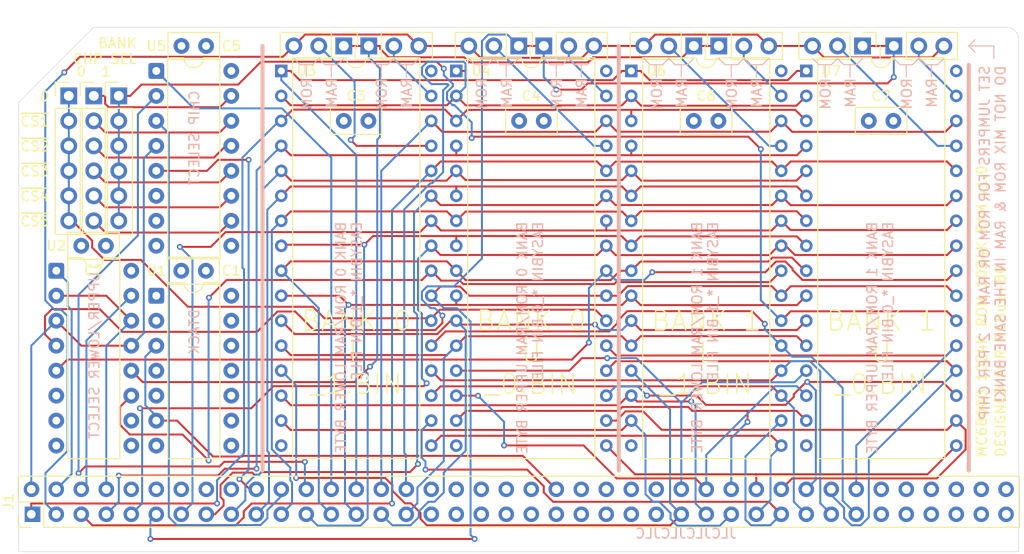
<source format=kicad_pcb>
(kicad_pcb (version 20241229) (generator "pcbnew") (generator_version "9.0")
  (layers (0 "F.Cu" signal) (4 "In1.Cu" power) (6 "In2.Cu" power) (2 "B.Cu" signal) (13 "F.Paste" user) (15 "B.Paste" user) (5 "F.SilkS" user "F.Silkscreen") (7 "B.SilkS" user "B.Silkscreen") (1 "F.Mask" user) (3 "B.Mask" user) (25 "Edge.Cuts" user))
  (net 0 "")
  (net 1 "+5V")
  (net 2 "GND")
  (net 3 "/A14")
  (net 9 "/A12")
  (net 10 "/A10")
  (net 11 "/A11")
  (net 12 "/A13")
  (net 13 "/D3")
  (net 16 "/A16")
  (net 19 "/D2")
  (net 20 "/D0")
  (net 21 "/A7")
  (net 22 "/D1")
  (net 23 "/A2")
  (net 24 "/D5")
  (net 25 "/D6")
  (net 27 "/A9")
  (net 28 "/A15")
  (net 29 "/A4")
  (net 30 "/A3")
  (net 32 "/A5")
  (net 35 "/A8")
  (net 36 "/D7")
  (net 38 "/A6")
  (net 39 "/A1")
  (net 40 "/D4")
  (net 41 "/~{DTACK}")
  (net 42 "/~{ROM_CS}")
  (net 43 "/~{RAM_CS}")
  (net 44 "/D14")
  (net 45 "/D15")
  (net 46 "/D12")
  (net 47 "/D9")
  (net 48 "/D11")
  (net 49 "/D8")
  (net 50 "/D13")
  (net 51 "/~{RD_HI}")
  (net 52 "/D10")
  (net 53 "/~{RD_LO}")
  (net 54 "/~{WR_LO}")
  (net 55 "/A17")
  (net 56 "/A19")
  (net 57 "/A18")
  (net 58 "/~{WR_HI}")
  (net 59 "/A22")
  (net 60 "/A21")
  (net 61 "/A20")
  (net 62 "/~{AS}")
  (net 69 "/A23")
  (net 71 "/~{UDS}")
  (net 73 "/R{slash}~{W}")
  (net 75 "/~{LDS}")
  (net 91 "Net-(J2-Pin_2)")
  (net 92 "Net-(J3-Pin_2)")
  (net 93 "Net-(J4-Pin_2)")
  (net 94 "Net-(J5-Pin_2)")
  (net 95 "Net-(J6-Pin_2)")
  (net 96 "Net-(J7-Pin_2)")
  (net 97 "Net-(J8-Pin_2)")
  (net 98 "Net-(J9-Pin_2)")
  (net 99 "/~{CS_BANK0}")
  (net 100 "/~{CS_BANK1}")
  (net 101 "Net-(J10-Pin_2)")
  (net 102 "Net-(J10-Pin_4)")
  (net 103 "Net-(J10-Pin_1)")
  (net 104 "Net-(J10-Pin_6)")
  (net 105 "Net-(J10-Pin_3)")
  (net 106 "Net-(J10-Pin_5)")
  (footprint "Connector_PinHeader_2.54mm:PinHeader_1x06_P2.54mm_Vertical" (layer "F.Cu") (at 90.17 65.405)
    (property "Reference" "J11" (hide yes))
    (property "Value" "Conn_01x06")
  )
  (footprint "Connector_PinHeader_2.54mm:PinHeader_1x03_P2.54mm_Vertical" (layer "F.Cu") (at 135.89 60.325 -90)
    (property "Reference" "J8" (hide yes))
    (property "Value" "Conn_01x03")
  )
  (footprint "Package_DIP:DIP-16_W7.62mm" (layer "F.Cu") (at 99.06 62.865)
    (property "Reference" "U5")
    (property "Value" "74LS138")
  )
  (footprint "Connector_PinHeader_2.54mm:PinHeader_1x03_P2.54mm_Vertical" (layer "F.Cu") (at 170.815 60.325 -90)
    (property "Reference" "J4" (hide yes))
    (property "Value" "Conn_01x03")
  )
  (footprint "MyLibrary2023:DIP-32_W15.24mm" (layer "F.Cu") (at 129.54 62.865)
    (property "Reference" "U4")
    (property "Value" "SST39SF040")
  )
  (footprint "Connector_PinHeader_2.54mm:PinHeader_1x03_P2.54mm_Vertical" (layer "F.Cu") (at 120.65 60.325 90)
    (property "Reference" "J7" (hide yes))
    (property "Value" "Conn_01x03")
  )
  (footprint "MyLibrary2023:RCBus_80p_Medium" (layer "F.Cu") (at 85.09 111.76)
    (property "Reference" "J1")
    (property "Value" "RCBus_80PIN_68000")
    (fp_line (start 0 -45.72) (end 0 0) (stroke (width 0.05)) (layer "Edge.Cuts"))
    (fp_line (start 0 0) (end 101.6 0) (stroke (width 0.05)) (layer "Edge.Cuts"))
    (fp_line (start 7.62 -53.34) (end 0 -45.72) (stroke (width 0.05)) (layer "Edge.Cuts"))
    (fp_line (start 100.33 -53.34) (end 7.62 -53.34) (stroke (width 0.05)) (layer "Edge.Cuts"))
    (fp_line (start 101.6 0) (end 101.6 -52.07) (stroke (width 0.05)) (layer "Edge.Cuts"))
    (fp_arc (start 100.33 -53.34) (mid 101.228026 -52.968026) (end 101.6 -52.07) (stroke (width 0.05)) (layer "Edge.Cuts"))
  )
  (footprint "Capacitor_THT:C_Disc_D5.0mm_W2.5mm_P2.50mm" (layer "F.Cu") (at 104.1 83.185 180)
    (property "Reference" "C1")
    (property "Value" "100n")
  )
  (footprint "Capacitor_THT:C_Disc_D5.0mm_W2.5mm_P2.50mm" (layer "F.Cu") (at 101.62 60.325)
    (property "Reference" "C5")
    (property "Value" "100n")
  )
  (footprint "Package_DIP:DIP-16_W7.62mm" (layer "F.Cu") (at 88.9 83.185)
    (property "Reference" "U2")
    (property "Value" "74LS139")
  )
  (footprint "Capacitor_THT:C_Disc_D5.0mm_W2.5mm_P2.50mm" (layer "F.Cu") (at 171.45 67.945)
    (property "Reference" "C7")
    (property "Value" "100n")
  )
  (footprint "MyLibrary2023:DIP-32_W15.24mm" (layer "F.Cu") (at 111.76 62.865)
    (property "Reference" "U3")
    (property "Value" "SST39SF040")
  )
  (footprint "Package_DIP:DIP-14_W7.62mm" (layer "F.Cu") (at 99.06 85.725)
    (property "Reference" "U1")
    (property "Value" "74LS125")
  )
  (footprint "MyLibrary2023:DIP-32_W15.24mm" (layer "F.Cu") (at 165.1 62.865)
    (property "Reference" "U7")
    (property "Value" "AS6C4008-55PCN")
  )
  (footprint "Connector_PinHeader_2.54mm:PinHeader_1x06_P2.54mm_Vertical" (layer "F.Cu") (at 95.25 65.405)
    (property "Reference" "J12" (hide yes))
    (property "Value" "Conn_01x06")
  )
  (footprint "Connector_PinHeader_2.54mm:PinHeader_1x03_P2.54mm_Vertical" (layer "F.Cu") (at 138.43 60.325 90)
    (property "Reference" "J9" (hide yes))
    (property "Value" "Conn_01x03")
  )
  (footprint "Connector_PinHeader_2.54mm:PinHeader_1x03_P2.54mm_Vertical" (layer "F.Cu") (at 153.67 60.325 -90)
    (property "Reference" "J2" (hide yes))
    (property "Value" "Conn_01x03")
  )
  (footprint "Capacitor_THT:C_Disc_D5.0mm_W2.5mm_P2.50mm" (layer "F.Cu") (at 153.67 67.945)
    (property "Reference" "C6")
    (property "Value" "100n")
  )
  (footprint "MyLibrary2023:DIP-32_W15.24mm" (layer "F.Cu") (at 147.32 62.865)
    (property "Reference" "U6")
    (property "Value" "AS6C4008-55PCN")
  )
  (footprint "Capacitor_THT:C_Disc_D5.0mm_W2.5mm_P2.50mm" (layer "F.Cu") (at 93.94 80.645 180)
    (property "Reference" "C2")
    (property "Value" "100n")
  )
  (footprint "Connector_PinHeader_2.54mm:PinHeader_1x03_P2.54mm_Vertical" (layer "F.Cu") (at 156.21 60.325 90)
    (property "Reference" "J3" (hide yes))
    (property "Value" "Conn_01x03")
  )
  (footprint "Capacitor_THT:C_Disc_D5.0mm_W2.5mm_P2.50mm" (layer "F.Cu") (at 118.11 67.945)
    (property "Reference" "C3")
    (property "Value" "100n")
  )
  (footprint "Connector_PinHeader_2.54mm:PinHeader_1x03_P2.54mm_Vertical" (layer "F.Cu") (at 173.99 60.325 90)
    (property "Reference" "J5" (hide yes))
    (property "Value" "Conn_01x03")
  )
  (footprint "Connector_PinHeader_2.54mm:PinHeader_1x06_P2.54mm_Vertical" (layer "F.Cu") (at 92.71 65.405)
    (property "Reference" "J10" (hide yes))
    (property "Value" "Conn_01x06")
  )
  (footprint "Capacitor_THT:C_Disc_D5.0mm_W2.5mm_P2.50mm" (layer "F.Cu") (at 135.93 67.945)
    (property "Reference" "C4")
    (property "Value" "100n")
  )
  (footprint "Connector_PinHeader_2.54mm:PinHeader_1x03_P2.54mm_Vertical" (layer "F.Cu") (at 118.11 60.325 -90)
    (property "Reference" "J6" (hide yes))
    (property "Value" "Conn_01x03")
  )
  (gr_line (start 139.7 63.5) (end 139.7 62.23) (stroke (width 0.1)) (layer "B.SilkS"))
  (gr_line (start 167.005 63.5) (end 167.005 62.23) (stroke (width 0.1)) (layer "B.SilkS"))
  (gr_line (start 168.91 62.23) (end 170.18 62.23) (stroke (width 0.1)) (layer "B.SilkS"))
  (gr_line (start 153.035 62.23) (end 153.67 61.595) (stroke (width 0.1)) (layer "B.SilkS"))
  (gr_line (start 158.115 62.23) (end 158.75 61.595) (stroke (width 0.1)) (layer "B.SilkS"))
  (gr_line (start 156.845 62.23) (end 158.115 62.23) (stroke (width 0.1)) (layer "B.SilkS"))
  (gr_line (start 116.205 62.23) (end 115.57 61.595) (stroke (width 0.1)) (layer "B.SilkS"))
  (gr_line (start 133.985 62.23) (end 133.35 61.595) (stroke (width 0.1)) (layer "B.SilkS"))
  (gr_line (start 152.4 63.5) (end 152.4 62.23) (stroke (width 0.1)) (layer "B.SilkS"))
  (gr_line (start 131.445 62.23) (end 130.81 61.595) (stroke (width 0.1)) (layer "B.SilkS"))
  (gr_line (start 125.095 62.23) (end 125.73 61.595) (stroke (width 0.1)) (layer "B.SilkS"))
  (gr_line (start 142.875 62.23) (end 143.51 61.595) (stroke (width 0.1)) (layer "B.SilkS"))
  (gr_line (start 167.64 62.23) (end 168.275 61.595) (stroke (width 0.1)) (layer "B.SilkS"))
  (gr_line (start 135.255 62.23) (end 135.89 61.595) (stroke (width 0.1)) (layer "B.SilkS"))
  (gr_line (start 149.225 62.23) (end 148.59 61.595) (stroke (width 0.1)) (layer "B.SilkS"))
  (gr_line (start 123.825 62.23) (end 123.19 61.595) (stroke (width 0.1)) (layer "B.SilkS"))
  (gr_line (start 170.18 62.23) (end 170.815 61.595) (stroke (width 0.1)) (layer "B.SilkS"))
  (gr_line (start 139.065 62.23) (end 138.43 61.595) (stroke (width 0.1)) (layer "B.SilkS"))
  (gr_line (start 178.435 62.23) (end 179.07 61.595) (stroke (width 0.1)) (layer "B.SilkS"))
  (gr_line (start 160.02 63.5) (end 160.02 62.23) (stroke (width 0.1)) (layer "B.SilkS"))
  (gr_line (start 142.24 63.5) (end 142.24 62.23) (stroke (width 0.1)) (layer "B.SilkS"))
  (gr_line (start 184.15 60.325) (end 181.61 60.325) (stroke (width 0.1)) (layer "B.SilkS"))
  (gr_line (start 116.84 63.5) (end 116.84 62.23) (stroke (width 0.1)) (layer "B.SilkS"))
  (gr_line (start 169.545 63.5) (end 169.545 62.23) (stroke (width 0.1)) (layer "B.SilkS"))
  (gr_line (start 122.555 62.23) (end 123.19 61.595) (stroke (width 0.1)) (layer "B.SilkS"))
  (gr_line (start 166.37 62.23) (end 165.735 61.595) (stroke (width 0.1)) (layer "B.SilkS"))
  (gr_line (start 134.62 63.5) (end 134.62 62.23) (stroke (width 0.1)) (layer "B.SilkS"))
  (gr_line (start 177.165 62.23) (end 176.53 61.595) (stroke (width 0.1)) (layer "B.SilkS"))
  (gr_line (start 156.845 62.23) (end 156.21 61.595) (stroke (width 0.1)) (layer "B.SilkS"))
  (gr_line (start 181.61 60.325) (end 182.245 59.69) (stroke (width 0.1)) (layer "B.SilkS"))
  (gr_line (start 123.825 62.23) (end 125.095 62.23) (stroke (width 0.1)) (layer "B.SilkS"))
  (gr_line (start 133.985 62.23) (end 135.255 62.23) (stroke (width 0.1)) (layer "B.SilkS"))
  (gr_line (start 140.335 62.23) (end 140.97 61.595) (stroke (width 0.1)) (layer "B.SilkS"))
  (gr_line (start 159.385 62.23) (end 158.75 61.595) (stroke (width 0.1)) (layer "B.SilkS"))
  (gr_line (start 116.205 62.23) (end 117.475 62.23) (stroke (width 0.1)) (layer "B.SilkS"))
  (gr_line (start 124.46 63.5) (end 124.46 62.23) (stroke (width 0.1)) (layer "B.SilkS"))
  (gr_line (start 181.61 60.325) (end 182.245 60.96) (stroke (width 0.1)) (layer "B.SilkS"))
  (gr_line (start 121.285 62.23) (end 120.65 61.595) (stroke (width 0.1)) (layer "B.SilkS"))
  (gr_line (start 117.475 62.23) (end 118.11 61.595) (stroke (width 0.1)) (layer "B.SilkS"))
  (gr_line (start 177.8 63.5) (end 177.8 62.23) (stroke (width 0.1)) (layer "B.SilkS"))
  (gr_line (start 149.86 63.5) (end 149.86 62.23) (stroke (width 0.1)) (layer "B.SilkS"))
  (gr_line (start 151.765 62.23) (end 153.035 62.23) (stroke (width 0.1)) (layer "B.SilkS"))
  (gr_line (start 109.855 103.505) (end 109.855 60.325) (stroke (width 0.4)) (layer "B.SilkS"))
  (gr_line (start 132.715 62.23) (end 133.35 61.595) (stroke (width 0.1)) (layer "B.SilkS"))
  (gr_line (start 159.385 62.23) (end 160.655 62.23) (stroke (width 0.1)) (layer "B.SilkS"))
  (gr_line (start 132.08 63.5) (end 132.08 62.23) (stroke (width 0.1)) (layer "B.SilkS"))
  (gr_line (start 114.3 63.5) (end 114.3 62.23) (stroke (width 0.1)) (layer "B.SilkS"))
  (gr_line (start 157.48 63.5) (end 157.48 62.23) (stroke (width 0.1)) (layer "B.SilkS"))
  (gr_line (start 149.225 62.23) (end 150.495 62.23) (stroke (width 0.1)) (layer "B.SilkS"))
  (gr_line (start 146.05 103.505) (end 146.05 60.325) (stroke (width 0.4)) (layer "B.SilkS"))
  (gr_line (start 175.895 62.23) (end 176.53 61.595) (stroke (width 0.1)) (layer "B.SilkS"))
  (gr_line (start 177.165 62.23) (end 178.435 62.23) (stroke (width 0.1)) (layer "B.SilkS"))
  (gr_line (start 151.765 62.23) (end 151.13 61.595) (stroke (width 0.1)) (layer "B.SilkS"))
  (gr_line (start 139.065 62.23) (end 140.335 62.23) (stroke (width 0.1)) (layer "B.SilkS"))
  (gr_line (start 166.37 62.23) (end 167.64 62.23) (stroke (width 0.1)) (layer "B.SilkS"))
  (gr_line (start 174.625 62.23) (end 173.99 61.595) (stroke (width 0.1)) (layer "B.SilkS"))
  (gr_line (start 174.625 62.23) (end 175.895 62.23) (stroke (width 0.1)) (layer "B.SilkS"))
  (gr_line (start 113.665 62.23) (end 114.935 62.23) (stroke (width 0.1)) (layer "B.SilkS"))
  (gr_line (start 175.26 63.5) (end 175.26 62.23) (stroke (width 0.1)) (layer "B.SilkS"))
  (gr_line (start 160.655 62.23) (end 161.29 61.595) (stroke (width 0.1)) (layer "B.SilkS"))
  (gr_line (start 181.61 103.505) (end 181.61 62.23) (stroke (width 0.4)) (layer "B.SilkS"))
  (gr_line (start 150.495 62.23) (end 151.13 61.595) (stroke (width 0.1)) (layer "B.SilkS"))
  (gr_line (start 131.445 62.23) (end 132.715 62.23) (stroke (width 0.1)) (layer "B.SilkS"))
  (gr_line (start 114.935 62.23) (end 115.57 61.595) (stroke (width 0.1)) (layer "B.SilkS"))
  (gr_line (start 168.91 62.23) (end 168.275 61.595) (stroke (width 0.1)) (layer "B.SilkS"))
  (gr_line (start 141.605 62.23) (end 140.97 61.595) (stroke (width 0.1)) (layer "B.SilkS"))
  (gr_line (start 141.605 62.23) (end 142.875 62.23) (stroke (width 0.1)) (layer "B.SilkS"))
  (gr_line (start 121.285 62.23) (end 122.555 62.23) (stroke (width 0.1)) (layer "B.SilkS"))
  (gr_line (start 121.92 63.5) (end 121.92 62.23) (stroke (width 0.1)) (layer "B.SilkS"))
  (gr_line (start 184.15 61.595) (end 184.15 60.325) (stroke (width 0.1)) (layer "B.SilkS"))
  (gr_line (start 113.665 62.23) (end 113.03 61.595) (stroke (width 0.1)) (layer "B.SilkS"))
  (gr_text "BANK 0\nL\n_1.BIN" (at 119.38 95.885 0) (layer "F.SilkS") (effects (font (size 2 2)) (justify bottom)))
  (gr_text "0" (at 91.44 63.5 0) (layer "F.SilkS") (effects (font (size 1 1)) (justify bottom)))
  (gr_text "~{CS1}" (at 88.265 68.58 0) (layer "F.SilkS") (effects (font (size 1 1)) (justify right bottom)))
  (gr_text "~{CS2}" (at 88.265 71.12 0) (layer "F.SilkS") (effects (font (size 1 1)) (justify right bottom)))
  (gr_text "0" (at 88.265 66.04 0) (layer "F.SilkS") (effects (font (size 1 1)) (justify right bottom)))
  (gr_text "~{CS4}" (at 88.265 76.2 0) (layer "F.SilkS") (effects (font (size 1 1)) (justify right bottom)))
  (gr_text "DESIGNED FOR RCBus-80" (at 185.42 102.235 90) (layer "F.SilkS") (effects (font (size 1 1)) (justify left bottom)))
  (gr_text "BANK 1\nL\n_1.BIN" (at 154.94 95.885 0) (layer "F.SilkS") (effects (font (size 2 2)) (justify bottom)))
  (gr_text "BANK 0\nU\n_0.BIN" (at 137.16 95.885 0) (layer "F.SilkS") (effects (font (size 2 2)) (justify bottom)))
  (gr_text "~{CS3}" (at 88.265 73.66 0) (layer "F.SilkS") (effects (font (size 1 1)) (justify right bottom)))
  (gr_text "1" (at 93.98 63.5 0) (layer "F.SilkS") (effects (font (size 1 1)) (justify bottom)))
  (gr_text "MC68000 1024K ROM 1024K RAM v1.0" (at 183.515 102.235 90) (layer "F.SilkS") (effects (font (size 1 1)) (justify left bottom)))
  (gr_text "~{CS5}" (at 88.265 78.74 0) (layer "F.SilkS") (effects (font (size 1 1)) (justify right bottom)))
  (gr_text "BANK\nCHP SEL" (at 97.155 62.23 0) (layer "F.SilkS") (effects (font (size 1 1)) (justify right bottom)))
  (gr_text "BANK 1\nU\n_0.BIN" (at 172.72 95.885 0) (layer "F.SilkS") (effects (font (size 2 2)) (justify bottom)))
  (gr_text "BANK 0 ROM/RAM LOWER BYTE\nEASYBIN *_1.BIN FILE" (at 120.015 78.105 90) (layer "B.SilkS") (effects (font (size 1 1)) (justify left bottom mirror)))
  (gr_text "ROM" (at 122.555 63.5 90) (layer "B.SilkS") (effects (font (size 1 1)) (justify left bottom mirror)))
  (gr_text "RAM" (at 178.435 63.5 90) (layer "B.SilkS") (effects (font (size 1 1)) (justify left bottom mirror)))
  (gr_text "BANK 1 ROM/RAM LOWER BYTE\nEASYBIN *_1.BIN FILE" (at 156.21 78.105 90) (layer "B.SilkS") (effects (font (size 1 1)) (justify left bottom mirror)))
  (gr_text "RAM" (at 153.035 63.5 90) (layer "B.SilkS") (effects (font (size 1 1)) (justify left bottom mirror)))
  (gr_text "RAM" (at 117.475 63.5 90) (layer "B.SilkS") (effects (font (size 1 1)) (justify left bottom mirror)))
  (gr_text "BANK 0 ROM/RAM UPPER BYTE\nEASYBIN *_0.BIN FILE" (at 138.43 78.105 90) (layer "B.SilkS") (effects (font (size 1 1)) (justify left bottom mirror)))
  (gr_text "ROM" (at 150.495 63.5 90) (layer "B.SilkS") (effects (font (size 1 1)) (justify left bottom mirror)))
  (gr_text "RAM" (at 135.255 63.5 90) (layer "B.SilkS") (effects (font (size 1 1)) (justify left bottom mirror)))
  (gr_text "CHIP SELECT" (at 103.505 64.77 90) (layer "B.SilkS") (effects (font (size 1 1)) (justify left bottom mirror)))
  (gr_text "RAM" (at 125.095 63.5 90) (layer "B.SilkS") (effects (font (size 1 1)) (justify left bottom mirror)))
  (gr_text "RAM" (at 142.875 63.5 90) (layer "B.SilkS") (effects (font (size 1 1)) (justify left bottom mirror)))
  (gr_text "RAM" (at 160.655 63.5 90) (layer "B.SilkS") (effects (font (size 1 1)) (justify left bottom mirror)))
  (gr_text "UPPER/LOWER SELECT" (at 93.345 83.185 90) (layer "B.SilkS") (effects (font (size 1 1)) (justify left bottom mirror)))
  (gr_text "ROM" (at 175.895 63.5 90) (layer "B.SilkS") (effects (font (size 1 1)) (justify left bottom mirror)))
  (gr_text "SET JUMPERS FOR ROM OR RAM - 2 PER CHIP\nDO NOT MIX ROM & RAM IN THE SAME BANK!" (at 185.42 62.23 90) (layer "B.SilkS") (effects (font (size 1 1)) (justify left bottom mirror)))
  (gr_text "ROM" (at 114.935 63.5 90) (layer "B.SilkS") (effects (font (size 1 1)) (justify left bottom mirror)))
  (gr_text "ROM" (at 140.335 63.5 90) (layer "B.SilkS") (effects (font (size 1 1)) (justify left bottom mirror)))
  (gr_text "RAM" (at 170.18 63.5 90) (layer "B.SilkS") (effects (font (size 1 1)) (justify left bottom mirror)))
  (gr_text "ROM" (at 167.64 63.5 90) (layer "B.SilkS") (effects (font (size 1 1)) (justify left bottom mirror)))
  (gr_text "JLCJLCJLCJLC" (at 158.115 110.49 0) (layer "B.SilkS") (effects (font (size 1 1)) (justify left bottom mirror)))
  (gr_text "ROM" (at 132.715 63.5 90) (layer "B.SilkS") (effects (font (size 1 1)) (justify left bottom mirror)))
  (gr_text "DTACK" (at 103.505 86.995 90) (layer "B.SilkS") (effects (font (size 1 1)) (justify left bottom mirror)))
  (gr_text "ROM" (at 158.115 63.5 90) (layer "B.SilkS") (effects (font (size 1 1)) (justify left bottom mirror)))
  (gr_text "BANK 1 ROM/RAM UPPER BYTE\nEASYBIN *_0.BIN FILE" (at 173.99 78.105 90) (layer "B.SilkS") (effects (font (size 1 1)) (justify left bottom mirror)))
  (segment (start 108.745 106.8529) (end 123.0111 106.8529) (width 0.2) (layer "F.Cu") (net 3))
  (segment (start 161.6233 72.0883) (end 145.7167 72.0883) (width 0.2) (layer "F.Cu") (net 3))
  (segment (start 107.95 108.2588) (end 107.95 107.6479) (width 0.2) (layer "F.Cu") (net 3))
  (segment (start 162.56 73.025) (end 163.5125 72.0725) (width 0.2) (layer "F.Cu") (net 3))
  (segment (start 179.3875 72.0725) (end 180.34 73.025) (width 0.2) (layer "F.Cu") (net 3))
  (segment (start 127.9492 72.0758) (end 143.8308 72.0758) (width 0.2) (layer "F.Cu") (net 3))
  (segment (start 162.56 73.025) (end 161.6233 72.0883) (width 0.2) (layer "F.Cu") (net 3))
  (segment (start 127 73.025) (end 127.9492 72.0758) (width 0.2) (layer "F.Cu") (net 3))
  (segment (start 107.1373 109.0715) (end 107.95 108.2588) (width 0.2) (layer "F.Cu") (net 3))
  (segment (start 163.5125 72.0725) (end 179.3875 72.0725) (width 0.2) (layer "F.Cu") (net 3))
  (segment (start 92.5615 109.0715) (end 107.1373 109.0715) (width 0.2) (layer "F.Cu") (net 3))
  (segment (start 143.8308 72.0758) (end 144.78 73.025) (width 0.2) (layer "F.Cu") (net 3))
  (segment (start 107.95 107.6479) (end 108.745 106.8529) (width 0.2) (layer "F.Cu") (net 3))
  (segment (start 145.7167 72.0883) (end 144.78 73.025) (width 0.2) (layer "F.Cu") (net 3))
  (segment (start 91.44 107.95) (end 92.5615 109.0715) (width 0.2) (layer "F.Cu") (net 3))
  (via (at 123.0111 106.8529) (size 0.6) (drill 0.3) (layers "F.Cu" "B.Cu") (net 3))
  (segment (start 123.0111 106.8529) (end 123.0111 77.0139) (width 0.2) (layer "B.Cu") (net 3))
  (segment (start 123.0111 77.0139) (end 127 73.025) (width 0.2) (layer "B.Cu") (net 3))
  (segment (start 126.5295 94.6315) (end 126.2338 94.9272) (width 0.2) (layer "F.Cu") (net 9))
  (segment (start 144.78 80.645) (end 143.8433 81.5817) (width 0.2) (layer "F.Cu") (net 9))
  (segment (start 180.34 80.645) (end 179.4033 81.5817) (width 0.2) (layer "F.Cu") (net 9))
  (segment (start 163.0065 80.645) (end 162.56 80.645) (width 0.2) (layer "F.Cu") (net 9))
  (segment (start 126.2338 94.9272) (end 110.9523 94.9272) (width 0.2) (layer "F.Cu") (net 9))
  (segment (start 161.3426 81.5941) (end 145.7291 81.5941) (width 0.2) (layer "F.Cu") (net 9))
  (segment (start 127.9367 81.5817) (end 127 80.645) (width 0.2) (layer "F.Cu") (net 9))
  (segment (start 108.7082 97.1713) (end 97.4078 97.1713) (width 0.2) (layer "F.Cu") (net 9))
  (segment (start 162.56 80.645) (end 162.2917 80.645) (width 0.2) (layer "F.Cu") (net 9))
  (segment (start 145.7291 81.5941) (end 144.78 80.645) (width 0.2) (layer "F.Cu") (net 9))
  (segment (start 143.8433 81.5817) (end 127.9367 81.5817) (width 0.2) (layer "F.Cu") (net 9))
  (segment (start 163.9432 81.5817) (end 163.0065 80.645) (width 0.2) (layer "F.Cu") (net 9))
  (segment (start 179.4033 81.5817) (end 163.9432 81.5817) (width 0.2) (layer "F.Cu") (net 9))
  (segment (start 162.2917 80.645) (end 161.3426 81.5941) (width 0.2) (layer "F.Cu") (net 9))
  (segment (start 110.9523 94.9272) (end 108.7082 97.1713) (width 0.2) (layer "F.Cu") (net 9))
  (via (at 97.4078 97.1713) (size 0.6) (drill 0.3) (layers "F.Cu" "B.Cu") (net 9))
  (via (at 126.5295 94.6315) (size 0.6) (drill 0.3) (layers "F.Cu" "B.Cu") (net 9))
  (segment (start 97.6226 106.8474) (end 96.52 107.95) (width 0.2) (layer "B.Cu") (net 9))
  (segment (start 125.6484 81.9966) (end 125.6484 87.1612) (width 0.2) (layer "B.Cu") (net 9))
  (segment (start 126.0501 87.5629) (end 126.0501 94.1521) (width 0.2) (layer "B.Cu") (net 9))
  (segment (start 126.0501 94.1521) (end 126.5295 94.6315) (width 0.2) (layer "B.Cu") (net 9))
  (segment (start 97.4078 97.1713) (end 97.6226 97.3861) (width 0.2) (layer "B.Cu") (net 9))
  (segment (start 127 80.645) (end 125.6484 81.9966) (width 0.2) (layer "B.Cu") (net 9))
  (segment (start 97.6226 97.3861) (end 97.6226 106.8474) (width 0.2) (layer "B.Cu") (net 9))
  (segment (start 125.6484 87.1612) (end 126.0501 87.5629) (width 0.2) (layer "B.Cu") (net 9))
  (segment (start 163.4967 79.0417) (end 162.56 78.105) (width 0.2) (layer "F.Cu") (net 10))
  (segment (start 106.1046 79.2552) (end 125.8498 79.2552) (width 0.2) (layer "F.Cu") (net 10))
  (segment (start 104.603 80.7568) (end 106.1046 79.2552) (width 0.2) (layer "F.Cu") (net 10))
  (segment (start 161.5745 79.0905) (end 144.78 79.0905) (width 0.2) (layer "F.Cu") (net 10))
  (segment (start 144.78 79.0905) (end 144.78 78.105) (width 0.2) (layer "F.Cu") (net 10))
  (segment (start 101.4581 80.7568) (end 104.603 80.7568) (width 0.2) (layer "F.Cu") (net 10))
  (segment (start 127.9855 79.0905) (end 127 78.105) (width 0.2) (layer "F.Cu") (net 10))
  (segment (start 162.56 78.105) (end 161.5745 79.0905) (width 0.2) (layer "F.Cu") (net 10))
  (segment (start 180.34 78.105) (end 179.4033 79.0417) (width 0.2) (layer "F.Cu") (net 10))
  (segment (start 125.8498 79.2552) (end 127 78.105) (width 0.2) (layer "F.Cu") (net 10))
  (segment (start 144.78 79.0905) (end 127.9855 79.0905) (width 0.2) (layer "F.Cu") (net 10))
  (segment (start 179.4033 79.0417) (end 163.4967 79.0417) (width 0.2) (layer "F.Cu") (net 10))
  (via (at 101.4581 80.7568) (size 0.6) (drill 0.3) (layers "F.Cu" "B.Cu") (net 10))
  (segment (start 102.7361 82.0348) (end 102.7361 106.8139) (width 0.2) (layer "B.Cu") (net 10))
  (segment (start 102.7361 106.8139) (end 101.6 107.95) (width 0.2) (layer "B.Cu") (net 10))
  (segment (start 101.4581 80.7568) (end 102.7361 82.0348) (width 0.2) (layer "B.Cu") (net 10))
  (segment (start 129.9281 84.7883) (end 127.9367 84.7883) (width 0.2) (layer "F.Cu") (net 11))
  (segment (start 161.5805 84.7455) (end 146.9568 84.7455) (width 0.2) (layer "F.Cu") (net 11))
  (segment (start 179.3766 84.7616) (end 180.34 85.725) (width 0.2) (layer "F.Cu") (net 11))
  (segment (start 131.3988 110.4607) (end 131.4001 110.4594) (width 0.2) (layer "F.Cu") (net 11))
  (segment (start 130.8648 85.725) (end 129.9281 84.7883) (width 0.2) (layer "F.Cu") (net 11))
  (segment (start 144.78 85.725) (end 130.8648 85.725) (width 0.2) (layer "F.Cu") (net 11))
  (segment (start 163.5234 84.7616) (end 179.3766 84.7616) (width 0.2) (layer "F.Cu") (net 11))
  (segment (start 146.9568 84.7455) (end 145.9773 85.725) (width 0.2) (layer "F.Cu") (net 11))
  (segment (start 145.9773 85.725) (end 144.78 85.725) (width 0.2) (layer "F.Cu") (net 11))
  (segment (start 162.56 85.725) (end 161.5805 84.7455) (width 0.2) (layer "F.Cu") (net 11))
  (segment (start 162.56 85.725) (end 163.5234 84.7616) (width 0.2) (layer "F.Cu") (net 11))
  (segment (start 98.4639 110.4607) (end 131.3988 110.4607) (width 0.2) (layer "F.Cu") (net 11))
  (segment (start 127.9367 84.7883) (end 127 85.725) (width 0.2) (layer "F.Cu") (net 11))
  (via (at 98.4639 110.4607) (size 0.6) (drill 0.3) (layers "F.Cu" "B.Cu") (net 11))
  (via (at 131.4001 110.4594) (size 0.6) (drill 0.3) (layers "F.Cu" "B.Cu") (net 11))
  (segment (start 129.6217 86.995) (end 128.27 86.995) (width 0.2) (layer "B.Cu") (net 11))
  (segment (start 98.4639 108.5461) (end 98.4639 110.4607) (width 0.2) (layer "B.Cu") (net 11))
  (segment (start 99.06 107.95) (end 98.4639 108.5461) (width 0.2) (layer "B.Cu") (net 11))
  (segment (start 130.9909 88.3642) (end 129.6217 86.995) (width 0.2) (layer "B.Cu") (net 11))
  (segment (start 131.4001 110.4594) (end 130.9909 110.0502) (width 0.2) (layer "B.Cu") (net 11))
  (segment (start 128.27 86.995) (end 127 85.725) (width 0.2) (layer "B.Cu") (net 11))
  (segment (start 130.9909 110.0502) (end 130.9909 88.3642) (width 0.2) (layer "B.Cu") (net 11))
  (segment (start 129.54 71.4375) (end 112.7125 71.4375) (width 0.2) (layer "F.Cu") (net 12))
  (segment (start 105.3341 104.0103) (end 95.2501 104.0103) (width 0.2) (layer "F.Cu") (net 12))
  (segment (start 164.1475 71.4375) (end 147.32 71.4375) (width 0.2) (layer "F.Cu") (net 12))
  (segment (start 147.32 71.4375) (end 147.32 70.485) (width 0.2) (layer "F.Cu") (net 12))
  (segment (start 109.2526 103.3139) (end 106.0305 103.3139) (width 0.2) (layer "F.Cu") (net 12))
  (segment (start 129.54 71.4375) (end 129.54 70.485) (width 0.2) (layer "F.Cu") (net 12))
  (segment (start 106.0305 103.3139) (end 105.3341 104.0103) (width 0.2) (layer "F.Cu") (net 12))
  (segment (start 112.7125 71.4375) (end 111.76 70.485) (width 0.2) (layer "F.Cu") (net 12))
  (segment (start 165.1 70.485) (end 164.1475 71.4375) (width 0.2) (layer "F.Cu") (net 12))
  (segment (start 147.32 71.4375) (end 129.54 71.4375) (width 0.2) (layer "F.Cu") (net 12))
  (via (at 95.2501 104.0103) (size 0.6) (drill 0.3) (layers "F.Cu" "B.Cu") (net 12))
  (via (at 109.2526 103.3139) (size 0.6) (drill 0.3) (layers "F.Cu" "B.Cu") (net 12))
  (segment (start 95.2501 104.0103) (end 95.2501 106.6799) (width 0.2) (layer "B.Cu") (net 12))
  (segment (start 111.76 70.485) (end 109.2526 72.9924) (width 0.2) (layer "B.Cu") (net 12))
  (segment (start 95.2501 106.6799) (end 93.98 107.95) (width 0.2) (layer "B.Cu") (net 12))
  (segment (start 109.2526 72.9924) (end 109.2526 103.3139) (width 0.2) (layer "B.Cu") (net 12))
  (segment (start 161.5618 99.9668) (end 162.56 100.965) (width 0.2) (layer "F.Cu") (net 13))
  (segment (start 127.9982 99.9668) (end 161.5618 99.9668) (width 0.2) (layer "F.Cu") (net 13))
  (segment (start 127 100.965) (end 127.9982 99.9668) (width 0.2) (layer "F.Cu") (net 13))
  (segment (start 161.465 106.505) (end 161.465 102.06) (width 0.2) (layer "B.Cu") (net 13))
  (segment (start 161.465 102.06) (end 162.56 100.965) (width 0.2) (layer "B.Cu") (net 13))
  (segment (start 160.02 107.95) (end 161.465 106.505) (width 0.2) (layer "B.Cu") (net 13))
  (segment (start 129.54 67.945) (end 130.6618 66.8232) (width 0.2) (layer "F.Cu") (net 16))
  (segment (start 112.9038 66.8012) (end 111.76 67.945) (width 0.2) (layer "F.Cu") (net 16))
  (segment (start 163.9782 66.8232) (end 165.1 67.945) (width 0.2) (layer "F.Cu") (net 16))
  (segment (start 86.36 107.95) (end 86.36 106.8609) (width 0.2) (layer "F.Cu") (net 16))
  (segment (start 128.3962 66.8012) (end 112.9038 66.8012) (width 0.2) (layer "F.Cu") (net 16))
  (segment (start 105.2359 106.8529) (end 86.368 106.8529) (width 0.2) (layer "F.Cu") (net 16))
  (segment (start 130.6618 66.8232) (end 147.32 66.8232) (width 0.2) (layer "F.Cu") (net 16))
  (segment (start 129.54 67.945) (end 128.3962 66.8012) (width 0.2) (layer "F.Cu") (net 16))
  (segment (start 147.32 66.8232) (end 163.9782 66.8232) (width 0.2) (layer "F.Cu") (net 16))
  (segment (start 147.32 66.8232) (end 147.32 67.945) (width 0.2) (layer "F.Cu") (net 16))
  (segment (start 86.368 106.8529) (end 86.36 106.8609) (width 0.2) (layer "F.Cu") (net 16))
  (via (at 105.2359 106.8529) (size 0.6) (drill 0.3) (layers "F.Cu" "B.Cu") (net 16))
  (segment (start 107.9747 101.7437) (end 107.9747 83.0375) (width 0.2) (layer "B.Cu") (net 16))
  (segment (start 105.236 106.8529) (end 105.236 104.4824) (width 0.2) (layer "B.Cu") (net 16))
  (segment (start 105.2359 106.8529) (end 105.236 106.8529) (width 0.2) (layer "B.Cu") (net 16))
  (segment (start 107.9747 83.0375) (end 107.8137 82.8765) (width 0.2) (layer "B.Cu") (net 16))
  (segment (start 107.8137 71.6761) (end 107.8137 82.8765) (width 0.2) (layer "B.Cu") (net 16))
  (segment (start 105.236 104.4824) (end 107.9747 101.7437) (width 0.2) (layer "B.Cu") (net 16))
  (segment (start 111.5448 67.945) (end 107.8137 71.6761) (width 0.2) (layer "B.Cu") (net 16))
  (segment (start 111.76 67.945) (end 111.5448 67.945) (width 0.2) (layer "B.Cu") (net 16))
  (segment (start 146.3675 99.3775) (end 147.32 98.425) (width 0.2) (layer "F.Cu") (net 19))
  (segment (start 112.7125 99.3775) (end 146.3675 99.3775) (width 0.2) (layer "F.Cu") (net 19))
  (segment (start 111.76 98.425) (end 112.7125 99.3775) (width 0.2) (layer "F.Cu") (net 19))
  (segment (start 157.48 107.95) (end 156.3198 109.1102) (width 0.2) (layer "B.Cu") (net 19))
  (segment (start 151.3109 108.432) (end 151.3109 107.8203) (width 0.2) (layer "B.Cu") (net 19))
  (segment (start 151.9891 109.1102) (end 151.3109 108.432) (width 0.2) (layer "B.Cu") (net 19))
  (segment (start 149.5371 106.68) (end 148.7665 105.9094) (width 0.2) (layer "B.Cu") (net 19))
  (segment (start 150.1706 106.68) (end 149.5371 106.68) (width 0.2) (layer "B.Cu") (net 19))
  (segment (start 156.3198 109.1102) (end 151.9891 109.1102) (width 0.2) (layer "B.Cu") (net 19))
  (segment (start 148.7665 99.8715) (end 147.32 98.425) (width 0.2) (layer "B.Cu") (net 19))
  (segment (start 148.7665 105.9094) (end 148.7665 99.8715) (width 0.2) (layer "B.Cu") (net 19))
  (segment (start 151.3109 107.8203) (end 150.1706 106.68) (width 0.2) (layer "B.Cu") (net 19))
  (segment (start 124.9333 106.8366) (end 124.3354 106.8366) (width 0.2) (layer "F.Cu") (net 20))
  (segment (start 124.3354 106.8366) (end 123.0467 105.5479) (width 0.2) (layer "F.Cu") (net 20))
  (segment (start 123.0467 105.5479) (end 123.0467 104.9842) (width 0.2) (layer "F.Cu") (net 20))
  (segment (start 151.2811 109.0689) (end 126.5495 109.0689) (width 0.2) (layer "F.Cu") (net 20))
  (segment (start 125.9109 108.4303) (end 125.9109 107.8142) (width 0.2) (layer "F.Cu") (net 20))
  (segment (start 125.9109 107.8142) (end 124.9333 106.8366) (width 0.2) (layer "F.Cu") (net 20))
  (segment (start 123.0467 104.9842) (end 122.3221 104.2596) (width 0.2) (layer "F.Cu") (net 20))
  (segment (start 152.4 107.95) (end 151.2811 109.0689) (width 0.2) (layer "F.Cu") (net 20))
  (segment (start 126.5495 109.0689) (end 125.9109 108.4303) (width 0.2) (layer "F.Cu") (net 20))
  (segment (start 122.3221 104.2596) (end 113.2764 104.2596) (width 0.2) (layer "F.Cu") (net 20))
  (via (at 113.2764 104.2596) (size 0.6) (drill 0.3) (layers "F.Cu" "B.Cu") (net 20))
  (segment (start 151.2593 97.2843) (end 151.2593 106.8093) (width 0.2) (layer "B.Cu") (net 20))
  (segment (start 113.2764 94.8614) (end 111.76 93.345) (width 0.2) (layer "B.Cu") (net 20))
  (segment (start 113.2764 104.2596) (end 113.2764 94.8614) (width 0.2) (layer "B.Cu") (net 20))
  (segment (start 151.2593 106.8093) (end 152.4 107.95) (width 0.2) (layer "B.Cu") (net 20))
  (segment (start 147.32 93.345) (end 151.2593 97.2843) (width 0.2) (layer "B.Cu") (net 20))
  (segment (start 129.54 75.565) (end 129.54 74.6158) (width 0.2) (layer "F.Cu") (net 21))
  (segment (start 146.3708 74.6158) (end 129.54 74.6158) (width 0.2) (layer "F.Cu") (net 21))
  (segment (start 147.32 75.565) (end 146.3708 74.6158) (width 0.2) (layer "F.Cu") (net 21))
  (segment (start 148.2692 74.6158) (end 164.1508 74.6158) (width 0.2) (layer "F.Cu") (net 21))
  (segment (start 112.7092 74.6158) (end 129.54 74.6158) (width 0.2) (layer "F.Cu") (net 21))
  (segment (start 164.1508 74.6158) (end 165.1 75.565) (width 0.2) (layer "F.Cu") (net 21))
  (segment (start 111.76 75.565) (end 112.7092 74.6158) (width 0.2) (layer "F.Cu") (net 21))
  (segment (start 147.32 75.565) (end 148.2692 74.6158) (width 0.2) (layer "F.Cu") (net 21))
  (segment (start 110.5077 106.6623) (end 109.22 107.95) (width 0.2) (layer "B.Cu") (net 21))
  (segment (start 110.5077 101.6933) (end 110.5077 106.6623) (width 0.2) (layer "B.Cu") (net 21))
  (segment (start 110.3429 76.9821) (end 110.3429 101.5285) (width 0.2) (layer "B.Cu") (net 21))
  (segment (start 110.3429 101.5285) (end 110.5077 101.6933) (width 0.2) (layer "B.Cu") (net 21))
  (segment (start 111.76 75.565) (end 110.3429 76.9821) (width 0.2) (layer "B.Cu") (net 21))
  (segment (start 147.9144 96.4794) (end 147.32 95.885) (width 0.2) (layer "F.Cu") (net 22))
  (segment (start 147.32 95.885) (end 146.9999 95.885) (width 0.2) (layer "F.Cu") (net 22))
  (segment (start 153.4016 96.4794) (end 147.9144 96.4794) (width 0.2) (layer "F.Cu") (net 22))
  (segment (start 146.0227 96.8622) (end 112.7372 96.8622) (width 0.2) (layer "F.Cu") (net 22))
  (segment (start 112.7372 96.8622) (end 111.76 95.885) (width 0.2) (layer "F.Cu") (net 22))
  (segment (start 146.9999 95.885) (end 146.0227 96.8622) (width 0.2) (layer "F.Cu") (net 22))
  (via (at 153.4016 96.4794) (size 0.6) (drill 0.3) (layers "F.Cu" "B.Cu") (net 22))
  (segment (start 153.8509 106.8609) (end 153.8509 96.9287) (width 0.2) (layer "B.Cu") (net 22))
  (segment (start 153.8509 96.9287) (end 153.4016 96.4794) (width 0.2) (layer "B.Cu") (net 22))
  (segment (start 154.94 107.95) (end 153.8509 106.8609) (width 0.2) (layer "B.Cu") (net 22))
  (segment (start 128.9702 88.265) (end 129.54 88.265) (width 0.2) (layer "F.Cu") (net 23))
  (segment (start 111.76 88.265) (end 113.1127 89.6177) (width 0.2) (layer "F.Cu") (net 23))
  (segment (start 143.6287 88.6595) (end 129.9345 88.6595) (width 0.2) (layer "F.Cu") (net 23))
  (segment (start 148.2691 89.2141) (end 147.32 88.265) (width 0.2) (layer "F.Cu") (net 23))
  (segment (start 164.1509 89.2141) (end 148.2691 89.2141) (width 0.2) (layer "F.Cu") (net 23))
  (segment (start 127.6175 89.6177) (end 128.9702 88.265) (width 0.2) (layer "F.Cu") (net 23))
  (segment (start 165.1 88.265) (end 164.1509 89.2141) (width 0.2) (layer "F.Cu") (net 23))
  (segment (start 129.9345 88.6595) (end 129.54 88.265) (width 0.2) (layer "F.Cu") (net 23))
  (segment (start 113.1127 89.6177) (end 127.6175 89.6177) (width 0.2) (layer "F.Cu") (net 23))
  (via (at 143.6287 88.6595) (size 0.6) (drill 0.3) (layers "F.Cu" "B.Cu") (net 23))
  (segment (start 130.4952 89.2202) (end 130.4952 101.4798) (width 0.2) (layer "B.Cu") (net 23))
  (segment (start 147.32 88.265) (end 146.3833 89.2017) (width 0.2) (layer "B.Cu") (net 23))
  (segment (start 144.1709 89.2017) (end 143.6287 88.6595) (width 0.2) (layer "B.Cu") (net 23))
  (segment (start 123.0379 109.0679) (end 121.92 107.95) (width 0.2) (layer "B.Cu") (net 23))
  (segment (start 146.3833 89.2017) (end 144.1709 89.2017) (width 0.2) (layer "B.Cu") (net 23))
  (segment (start 129.54 88.265) (end 130.4952 89.2202) (width 0.2) (layer "B.Cu") (net 23))
  (segment (start 128.27 103.705) (end 128.27 105.7329) (width 0.2) (layer "B.Cu") (net 23))
  (segment (start 130.4952 101.4798) (end 128.27 103.705) (width 0.2) (layer "B.Cu") (net 23))
  (segment (start 128.27 105.7329) (end 127.3229 106.68) (width 0.2) (layer "B.Cu") (net 23))
  (segment (start 126.7101 106.68) (end 125.73 107.6601) (width 0.2) (layer "B.Cu") (net 23))
  (segment (start 125.73 108.2449) (end 124.907 109.0679) (width 0.2) (layer "B.Cu") (net 23))
  (segment (start 125.73 107.6601) (end 125.73 108.2449) (width 0.2) (layer "B.Cu") (net 23))
  (segment (start 127.3229 106.68) (end 126.7101 106.68) (width 0.2) (layer "B.Cu") (net 23))
  (segment (start 124.907 109.0679) (end 123.0379 109.0679) (width 0.2) (layer "B.Cu") (net 23))
  (segment (start 161.6151 94.9401) (end 127.9449 94.9401) (width 0.2) (layer "F.Cu") (net 24))
  (segment (start 162.56 95.885) (end 161.6151 94.9401) (width 0.2) (layer "F.Cu") (net 24))
  (segment (start 127.9449 94.9401) (end 127 95.885) (width 0.2) (layer "F.Cu") (net 24))
  (segment (start 163.8301 97.1551) (end 162.56 95.885) (width 0.2) (layer "B.Cu") (net 24))
  (segment (start 165.1 107.95) (end 163.8301 106.6801) (width 0.2) (layer "B.Cu") (net 24))
  (segment (start 163.8301 106.6801) (end 163.8301 97.1551) (width 0.2) (layer "B.Cu") (net 24))
  (segment (start 161.5774 94.3276) (end 127.9826 94.3276) (width 0.2) (layer "F.Cu") (net 25))
  (segment (start 127.9826 94.3276) (end 127 93.345) (width 0.2) (layer "F.Cu") (net 25))
  (segment (start 162.56 93.345) (end 161.5774 94.3276) (width 0.2) (layer "F.Cu") (net 25))
  (segment (start 167.64 107.95) (end 166.5207 106.8307) (width 0.2) (layer "B.Cu") (net 25))
  (segment (start 166.5207 93.4289) (end 165.4768 92.385) (width 0.2) (layer "B.Cu") (net 25))
  (segment (start 166.5207 106.8307) (end 166.5207 93.4289) (width 0.2) (layer "B.Cu") (net 25))
  (segment (start 163.52 92.385) (end 162.56 93.345) (width 0.2) (layer "B.Cu") (net 25))
  (segment (start 165.4768 92.385) (end 163.52 92.385) (width 0.2) (layer "B.Cu") (net 25))
  (segment (start 161.6233 76.5017) (end 145.7167 76.5017) (width 0.2) (layer "F.Cu") (net 27))
  (segment (start 105.587 104.9533) (end 106.8247 103.7156) (width 0.2) (layer "F.Cu") (net 27))
  (segment (start 163.5125 76.5175) (end 162.56 75.565) (width 0.2) (layer "F.Cu") (net 27))
  (segment (start 180.34 75.565) (end 179.3875 76.5175) (width 0.2) (layer "F.Cu") (net 27))
  (segment (start 124.831 103.6579) (end 125.6485 102.8404) (width 0.2) (layer "F.Cu") (net 27))
  (segment (start 104.14 107.95) (end 105.0173 107.95) (width 0.2) (layer "F.Cu") (net 27))
  (segment (start 143.8433 76.5017) (end 144.78 75.565) (width 0.2) (layer "F.Cu") (net 27))
  (segment (start 179.3875 76.5175) (end 163.5125 76.5175) (width 0.2) (layer "F.Cu") (net 27))
  (segment (start 105.0173 107.95) (end 105.8985 107.0688) (width 0.2) (layer "F.Cu") (net 27))
  (segment (start 106.8247 103.7156) (end 108.8035 103.7156) (width 0.2) (layer "F.Cu") (net 27))
  (segment (start 105.8985 106.5211) (end 105.587 106.2096) (width 0.2) (layer "F.Cu") (net 27))
  (segment (start 162.56 75.565) (end 161.6233 76.5017) (width 0.2) (layer "F.Cu") (net 27))
  (segment (start 109.5018 103.9156) (end 109.7595 103.6579) (width 0.2) (layer "F.Cu") (net 27))
  (segment (start 145.7167 76.5017) (end 144.78 75.565) (width 0.2) (layer "F.Cu") (net 27))
  (segment (start 105.587 106.2096) (end 105.587 104.9533) (width 0.2) (layer "F.Cu") (net 27))
  (segment (start 105.8985 107.0688) (end 105.8985 106.5211) (width 0.2) (layer "F.Cu") (net 27))
  (segment (start 127.9367 76.5017) (end 143.8433 76.5017) (width 0.2) (layer "F.Cu") (net 27))
  (segment (start 127 75.565) (end 127.9367 76.5017) (width 0.2) (layer "F.Cu") (net 27))
  (segment (start 108.8035 103.7156) (end 109.0035 103.9156) (width 0.2) (layer "F.Cu") (net 27))
  (segment (start 109.0035 103.9156) (end 109.5018 103.9156) (width 0.2) (layer "F.Cu") (net 27))
  (segment (start 109.7595 103.6579) (end 124.831 103.6579) (width 0.2) (layer "F.Cu") (net 27))
  (via (at 125.6485 102.8404) (size 0.6) (drill 0.3) (layers "F.Cu" "B.Cu") (net 27))
  (segment (start 125.5718 87.6527) (end 125.5718 102.7637) (width 0.2) (layer "B.Cu") (net 27))
  (segment (start 125.5718 102.7637) (end 125.6485 102.8404) (width 0.2) (layer "B.Cu") (net 27))
  (segment (start 127 75.565) (end 125.2467 77.3183) (width 0.2) (layer "B.Cu") (net 27))
  (segment (start 125.2467 87.3276) (end 125.5718 87.6527) (width 0.2) (layer "B.Cu") (net 27))
  (segment (start 125.2467 77.3183) (end 125.2467 87.3276) (width 0.2) (layer "B.Cu") (net 27))
  (segment (start 143.51 60.325) (end 142.303 61.532) (width 0.2) (layer "F.Cu") (net 28))
  (segment (start 125.73 60.325) (end 124.5708 59.1658) (width 0.2) (layer "F.Cu") (net 28))
  (segment (start 166.9055 61.4955) (end 165.735 60.325) (width 0.2) (layer "F.Cu") (net 28))
  (segment (start 161.29 60.325) (end 160.1383 59.1733) (width 0.2) (layer "F.Cu") (net 28))
  (segment (start 91.3019 61.4267) (end 89.7146 63.014) (width 0.2) (layer "F.Cu") (net 28))
  (segment (start 177.8995 61.4955) (end 166.9055 61.4955) (width 0.2) (layer "F.Cu") (net 28))
  (segment (start 179.07 60.325) (end 177.8995 61.4955) (width 0.2) (layer "F.Cu") (net 28))
  (segment (start 160.1383 59.1733) (end 149.7417 59.1733) (width 0.2) (layer "F.Cu") (net 28))
  (segment (start 142.303 61.532) (end 132.017 61.532) (width 0.2) (layer "F.Cu") (net 28))
  (segment (start 113.03 60.325) (end 111.9283 61.4267) (width 0.2) (layer "F.Cu") (net 28))
  (segment (start 132.017 61.532) (end 130.81 60.325) (width 0.2) (layer "F.Cu") (net 28))
  (segment (start 125.73 60.325) (end 130.81 60.325) (width 0.2) (layer "F.Cu") (net 28))
  (segment (start 114.1892 59.1658) (end 113.03 60.325) (width 0.2) (layer "F.Cu") (net 28))
  (segment (start 111.9283 61.4267) (end 91.3019 61.4267) (width 0.2) (layer "F.Cu") (net 28))
  (segment (start 149.7417 59.1733) (end 148.59 60.325) (width 0.2) (layer "F.Cu") (net 28))
  (segment (start 148.59 60.325) (end 143.51 60.325) (width 0.2) (layer "F.Cu") (net 28))
  (segment (start 124.5708 59.1658) (end 114.1892 59.1658) (width 0.2) (layer "F.Cu") (net 28))
  (segment (start 165.735 60.325) (end 161.29 60.325) (width 0.2) (layer "F.Cu") (net 28))
  (via (at 89.7146 63.014) (size 0.6) (drill 0.3) (layers "F.Cu" "B.Cu") (net 28))
  (segment (start 87.7832 86.2056) (end 88.7409 87.1633) (width 0.2) (layer "B.Cu") (net 28))
  (segment (start 90.036 87.7918) (end 90.036 101.5273) (width 0.2) (layer "B.Cu") (net 28))
  (segment (start 89.4075 87.1633) (end 90.036 87.7918) (width 0.2) (layer "B.Cu") (net 28))
  (segment (start 90.036 101.5273) (end 87.7999 103.7634) (width 0.2) (layer "B.Cu") (net 28))
  (segment (start 87.7832 64.9454) (end 87.7832 86.2056) (width 0.2) (layer "B.Cu") (net 28))
  (segment (start 87.7999 106.8499) (end 88.9 107.95) (width 0.2) (layer "B.Cu") (net 28))
  (segment (start 89.7146 63.014) (end 87.7832 64.9454) (width 0.2) (layer "B.Cu") (net 28))
  (segment (start 87.7999 103.7634) (end 87.7999 106.8499) (width 0.2) (layer "B.Cu") (net 28))
  (segment (start 88.7409 87.1633) (end 89.4075 87.1633) (width 0.2) (layer "B.Cu") (net 28))
  (segment (start 161.2568 82.2479) (end 148.2571 82.2479) (width 0.2) (layer "F.Cu") (net 29))
  (segment (start 111.76 83.185) (end 112.711 82.234) (width 0.2) (layer "F.Cu") (net 29))
  (segment (start 161.2568 82.2479) (end 161.6585 81.8462) (width 0.2) (layer "F.Cu") (net 29))
  (segment (start 148.2571 82.2479) (end 147.32 83.185) (width 0.2) (layer "F.Cu") (net 29))
  (segment (start 130.4925 84.1375) (end 145.2193 84.1375) (width 0.2) (layer "F.Cu") (net 29))
  (segment (start 164.9784 83.185) (end 163.6396 81.8462) (width 0.2) (layer "F.Cu") (net 29))
  (segment (start 112.711 82.234) (end 128.589 82.234) (width 0.2) (layer "F.Cu") (net 29))
  (segment (start 165.1 83.185) (end 164.9784 83.185) (width 0.2) (layer "F.Cu") (net 29))
  (segment (start 129.54 83.185) (end 130.4925 84.1375) (width 0.2) (layer "F.Cu") (net 29))
  (segment (start 145.2193 84.1375) (end 146.1718 83.185) (width 0.2) (layer "F.Cu") (net 29))
  (segment (start 146.1718 83.185) (end 147.32 83.185) (width 0.2) (layer "F.Cu") (net 29))
  (segment (start 128.589 82.234) (end 129.54 83.185) (width 0.2) (layer "F.Cu") (net 29))
  (segment (start 163.6396 81.8462) (end 161.6585 81.8462) (width 0.2) (layer "F.Cu") (net 29))
  (segment (start 111.76 83.185) (end 115.57 86.995) (width 0.2) (layer "B.Cu") (net 29))
  (segment (start 115.57 86.995) (end 115.57 106.68) (width 0.2) (layer "B.Cu") (net 29))
  (segment (start 115.57 106.68) (end 116.84 107.95) (width 0.2) (layer "B.Cu") (net 29))
  (segment (start 165.1 85.725) (end 164.1475 86.6775) (width 0.2) (layer "F.Cu") (net 30))
  (segment (start 148.2725 86.6775) (end 147.32 85.725) (width 0.2) (layer "F.Cu") (net 30))
  (segment (start 129.54 85.725) (end 129.54 86.6617) (width 0.2) (layer "F.Cu") (net 30))
  (segment (start 111.76 85.725) (end 117.6664 85.725) (width 0.2) (layer "F.Cu") (net 30))
  (segment (start 117.6664 85.725) (end 118.6031 86.6617) (width 0.2) (layer "F.Cu") (net 30))
  (segment (start 129.54 86.6617) (end 118.6031 86.6617) (width 0.2) (layer "F.Cu") (net 30))
  (segment (start 147.32 85.725) (end 146.3833 86.6617) (width 0.2) (layer "F.Cu") (net 30))
  (segment (start 146.3833 86.6617) (end 129.54 86.6617) (width 0.2) (layer "F.Cu") (net 30))
  (segment (start 164.1475 86.6775) (end 148.2725 86.6775) (width 0.2) (layer "F.Cu") (net 30))
  (via (at 118.6031 86.6617) (size 0.6) (drill 0.3) (layers "F.Cu" "B.Cu") (net 30))
  (segment (start 118.2333 106.8033) (end 119.38 107.95) (width 0.2) (layer "B.Cu") (net 30))
  (segment (start 118.6031 86.6617) (end 118.2333 87.0315) (width 0.2) (layer "B.Cu") (net 30))
  (segment (start 118.2333 87.0315) (end 118.2333 106.8033) (width 0.2) (layer "B.Cu") (net 30))
  (segment (start 148.2725 79.6925) (end 164.1475 79.6925) (width 0.2) (layer "F.Cu") (net 32))
  (segment (start 147.32 80.645) (end 148.2725 79.6925) (width 0.2) (layer "F.Cu") (net 32))
  (segment (start 146.3319 79.6569) (end 129.54 79.6569) (width 0.2) (layer "F.Cu") (net 32))
  (segment (start 111.868 80.537) (end 120.2002 80.537) (width 0.2) (layer "F.Cu") (net 32))
  (segment (start 129.54 80.645) (end 129.54 79.6569) (width 0.2) (layer "F.Cu") (net 32))
  (segment (start 111.76 80.645) (end 111.868 80.537) (width 0.2) (layer "F.Cu") (net 32))
  (segment (start 120.2002 80.537) (end 121.0803 79.6569) (width 0.2) (layer "F.Cu") (net 32))
  (segment (start 164.1475 79.6925) (end 165.1 80.645) (width 0.2) (layer "F.Cu") (net 32))
  (segment (start 147.32 80.645) (end 146.3319 79.6569) (width 0.2) (layer "F.Cu") (net 32))
  (segment (start 121.0803 79.6569) (end 129.54 79.6569) (width 0.2) (layer "F.Cu") (net 32))
  (via (at 120.2002 80.537) (size 0.6) (drill 0.3) (layers "F.Cu" "B.Cu") (net 32))
  (segment (start 120.1755 93.2738) (end 120.5339 93.6322) (width 0.2) (layer "B.Cu") (net 32))
  (segment (start 119.8178 109.0961) (end 115.4461 109.0961) (width 0.2) (layer "B.Cu") (net 32))
  (segment (start 120.5339 108.38) (end 119.8178 109.0961) (width 0.2) (layer "B.Cu") (net 32))
  (segment (start 120.1755 80.5617) (end 120.1755 93.2738) (width 0.2) (layer "B.Cu") (net 32))
  (segment (start 115.4461 109.0961) (end 114.3 107.95) (width 0.2) (layer "B.Cu") (net 32))
  (segment (start 120.2002 80.537) (end 120.1755 80.5617) (width 0.2) (layer "B.Cu") (net 32))
  (segment (start 120.5339 93.6322) (end 120.5339 108.38) (width 0.2) (layer "B.Cu") (net 32))
  (segment (start 111.76 73.025) (end 112.759 74.024) (width 0.2) (layer "F.Cu") (net 35))
  (segment (start 148.3165 74.0215) (end 147.32 73.025) (width 0.2) (layer "F.Cu") (net 35))
  (segment (start 128.541 74.024) (end 129.54 73.025) (width 0.2) (layer "F.Cu") (net 35))
  (segment (start 165.1 73.025) (end 164.1035 74.0215) (width 0.2) (layer "F.Cu") (net 35))
  (segment (start 146.3833 73.9617) (end 130.4767 73.9617) (width 0.2) (layer "F.Cu") (net 35))
  (segment (start 130.4767 73.9617) (end 129.54 73.025) (width 0.2) (layer "F.Cu") (net 35))
  (segment (start 147.32 73.025) (end 146.3833 73.9617) (width 0.2) (layer "F.Cu") (net 35))
  (segment (start 112.759 74.024) (end 128.541 74.024) (width 0.2) (layer "F.Cu") (net 35))
  (segment (start 164.1035 74.0215) (end 148.3165 74.0215) (width 0.2) (layer "F.Cu") (net 35))
  (segment (start 106.68 107.95) (end 108.1093 106.5207) (width 0.2) (layer "B.Cu") (net 35))
  (segment (start 108.1093 104.9711) (end 109.1648 103.9156) (width 0.2) (layer "B.Cu") (net 35))
  (segment (start 108.1093 106.5207) (end 108.1093 104.9711) (width 0.2) (layer "B.Cu") (net 35))
  (segment (start 109.9347 103.4827) (end 109.9347 74.8503) (width 0.2) (layer "B.Cu") (net 35))
  (segment (start 109.9347 74.8503) (end 111.76 73.025) (width 0.2) (layer "B.Cu") (net 35))
  (segment (start 109.1648 103.9156) (end 109.5018 103.9156) (width 0.2) (layer "B.Cu") (net 35))
  (segment (start 109.5018 103.9156) (end 109.9347 103.4827) (width 0.2) (layer "B.Cu") (net 35))
  (segment (start 159.5919 87.2959) (end 160.885 88.589) (width 0.2) (layer "F.Cu") (net 36))
  (segment (start 127 90.805) (end 128.4499 89.3551) (width 0.2) (layer "F.Cu") (net 36))
  (segment (start 145.9086 88.5249) (end 145.9086 88.2952) (width 0.2) (layer "F.Cu") (net 36))
  (segment (start 128.4499 89.3551) (end 145.0784 89.3551) (width 0.2) (layer "F.Cu") (net 36))
  (segment (start 145.0784 89.3551) (end 145.9086 88.5249) (width 0.2) (layer "F.Cu") (net 36))
  (segment (start 146.9079 87.2959) (end 159.5919 87.2959) (width 0.2) (layer "F.Cu") (net 36))
  (segment (start 145.9086 88.2952) (end 146.9079 87.2959) (width 0.2) (layer "F.Cu") (net 36))
  (via (at 160.885 88.589) (size 0.6) (drill 0.3) (layers "F.Cu" "B.Cu") (net 36))
  (segment (start 168.7961 106.5661) (end 168.7961 95.1025) (width 0.2) (layer "B.Cu") (net 36))
  (segment (start 170.18 107.95) (end 168.7961 106.5661) (width 0.2) (layer "B.Cu") (net 36))
  (segment (start 162.56 90.805) (end 160.885 89.13) (width 0.2) (layer "B.Cu") (net 36))
  (segment (start 160.885 89.13) (end 160.885 88.589) (width 0.2) (layer "B.Cu") (net 36))
  (segment (start 163.6786 91.9236) (end 162.56 90.805) (width 0.2) (layer "B.Cu") (net 36))
  (segment (start 165.6172 91.9236) (end 163.6786 91.9236) (width 0.2) (layer "B.Cu") (net 36))
  (segment (start 168.7961 95.1025) (end 165.6172 91.9236) (width 0.2) (layer "B.Cu") (net 36))
  (segment (start 148.2847 77.1403) (end 164.1353 77.1403) (width 0.2) (layer "F.Cu") (net 38))
  (segment (start 147.32 78.105) (end 146.3833 77.1683) (width 0.2) (layer "F.Cu") (net 38))
  (segment (start 147.32 78.105) (end 148.2847 77.1403) (width 0.2) (layer "F.Cu") (net 38))
  (segment (start 146.3833 77.1683) (end 130.4767 77.1683) (width 0.2) (layer "F.Cu") (net 38))
  (segment (start 128.5875 77.1525) (end 129.54 78.105) (width 0.2) (layer "F.Cu") (net 38))
  (segment (start 164.1353 77.1403) (end 165.1 78.105) (width 0.2) (layer "F.Cu") (net 38))
  (segment (start 112.7125 77.1525) (end 128.5875 77.1525) (width 0.2) (layer "F.Cu") (net 38))
  (segment (start 111.76 78.105) (end 112.7125 77.1525) (width 0.2) (layer "F.Cu") (net 38))
  (segment (start 130.4767 77.1683) (end 129.54 78.105) (width 0.2) (layer "F.Cu") (net 38))
  (segment (start 112.6747 104.5087) (end 112.8549 104.6889) (width 0.2) (layer "B.Cu") (net 38))
  (segment (start 112.8549 104.6889) (end 112.8549 106.8551) (width 0.2) (layer "B.Cu") (net 38))
  (segment (start 110.7993 79.0657) (end 110.7993 101.329) (width 0.2) (layer "B.Cu") (net 38))
  (segment (start 112.8549 106.8551) (end 111.76 107.95) (width 0.2) (layer "B.Cu") (net 38))
  (segment (start 111.76 78.105) (end 110.7993 79.0657) (width 0.2) (layer "B.Cu") (net 38))
  (segment (start 110.7993 101.329) (end 112.6747 103.2044) (width 0.2) (layer "B.Cu") (net 38))
  (segment (start 112.6747 103.2044) (end 112.6747 104.5087) (width 0.2) (layer "B.Cu") (net 38))
  (segment (start 129.54 90.805) (end 130.4971 89.8479) (width 0.2) (layer "F.Cu") (net 39))
  (segment (start 148.2873 89.8377) (end 147.32 90.805) (width 0.2) (layer "F.Cu") (net 39))
  (segment (start 164.1327 89.8377) (end 148.2873 89.8377) (width 0.2) (layer "F.Cu") (net 39))
  (segment (start 130.4971 89.8479) (end 146.3629 89.8479) (width 0.2) (layer "F.Cu") (net 39))
  (segment (start 146.3629 89.8479) (end 147.32 90.805) (width 0.2) (layer "F.Cu") (net 39))
  (segment (start 129.54 90.805) (end 128.589 91.756) (width 0.2) (layer "F.Cu") (net 39))
  (segment (start 128.589 91.756) (end 112.711 91.756) (width 0.2) (layer "F.Cu") (net 39))
  (segment (start 112.711 91.756) (end 111.76 90.805) (width 0.2) (layer "F.Cu") (net 39))
  (segment (start 165.1 90.805) (end 164.1327 89.8377) (width 0.2) (layer "F.Cu") (net 39))
  (segment (start 125.5884 106.8216) (end 125.5884 105.2264) (width 0.2) (layer "B.Cu") (net 39))
  (segment (start 128.27 92.075) (end 129.54 90.805) (width 0.2) (layer "B.Cu") (net 39))
  (segment (start 125.5884 105.2264) (end 128.27 102.5448) (width 0.2) (layer "B.Cu") (net 39))
  (segment (start 124.46 107.95) (end 125.5884 106.8216) (width 0.2) (layer "B.Cu") (net 39))
  (segment (start 128.27 102.5448) (end 128.27 92.075) (width 0.2) (layer "B.Cu") (net 39))
  (segment (start 136.7348 103.407) (end 126.4098 103.407) (width 0.2) (layer "F.Cu") (net 40))
  (segment (start 138.43 105.7329) (end 138.43 105.1022) (width 0.2) (layer "F.Cu") (net 40))
  (segment (start 162.56 107.95) (end 161.29 106.68) (width 0.2) (layer "F.Cu") (net 40))
  (segment (start 139.3771 106.68) (end 138.43 105.7329) (width 0.2) (layer "F.Cu") (net 40))
  (segment (start 161.29 106.68) (end 139.3771 106.68) (width 0.2) (layer "F.Cu") (net 40))
  (segment (start 138.43 105.1022) (end 136.7348 103.407) (width 0.2) (layer "F.Cu") (net 40))
  (via (at 126.4098 103.407) (size 0.6) (drill 0.3) (layers "F.Cu" "B.Cu") (net 40))
  (segment (start 158.9221 108.5045) (end 158.9221 102.0629) (width 0.2) (layer "B.Cu") (net 40))
  (segment (start 159.4844 109.0668) (end 158.9221 108.5045) (width 0.2) (layer "B.Cu") (net 40))
  (segment (start 126.4098 102.5852) (end 126.0192 102.1946) (width 0.2) (layer "B.Cu") (net 40))
  (segment (start 126.4098 103.407) (end 126.4098 102.5852) (width 0.2) (layer "B.Cu") (net 40))
  (segment (start 126.0192 102.1946) (end 126.0192 99.4058) (width 0.2) (layer "B.Cu") (net 40))
  (segment (start 161.4432 109.0668) (end 159.4844 109.0668) (width 0.2) (layer "B.Cu") (net 40))
  (segment (start 158.9221 102.0629) (end 162.56 98.425) (width 0.2) (layer "B.Cu") (net 40))
  (segment (start 162.56 107.95) (end 161.4432 109.0668) (width 0.2) (layer "B.Cu") (net 40))
  (segment (start 126.0192 99.4058) (end 127 98.425) (width 0.2) (layer "B.Cu") (net 40))
  (segment (start 107.8002 102.0748) (end 104.8174 102.0748) (width 0.2) (layer "F.Cu") (net 41))
  (segment (start 104.8174 102.0748) (end 101.1676 98.425) (width 0.2) (layer "F.Cu") (net 41))
  (segment (start 136.3017 102.0117) (end 107.8633 102.0117) (width 0.2) (layer "F.Cu") (net 41))
  (segment (start 101.1676 98.425) (end 99.06 98.425) (width 0.2) (layer "F.Cu") (net 41))
  (segment (start 139.7 105.41) (end 136.3017 102.0117) (width 0.2) (layer "F.Cu") (net 41))
  (segment (start 107.8633 102.0117) (end 107.8002 102.0748) (width 0.2) (layer "F.Cu") (net 41))
  (segment (start 99.06 98.425) (end 99.06 97.9726) (width 0.2) (layer "B.Cu") (net 41))
  (segment (start 97.9487 96.8613) (end 97.9487 91.9163) (width 0.2) (layer "B.Cu") (net 41))
  (segment (start 99.06 97.9726) (end 97.9487 96.8613) (width 0.2) (layer "B.Cu") (net 41))
  (segment (start 97.9487 91.9163) (end 99.06 90.805) (width 0.2) (layer "B.Cu") (net 41))
  (segment (start 144.78 93.345) (end 145.7372 92.3878) (width 0.2) (layer "F.Cu") (net 44))
  (segment (start 179.3828 92.3878) (end 180.34 93.345) (width 0.2) (layer "F.Cu") (net 44))
  (segment (start 145.7372 92.3878) (end 179.3828 92.3878) (width 0.2) (layer "F.Cu") (net 44))
  (segment (start 171.45 108.2569) (end 171.45 102.235) (width 0.2) (layer "B.Cu") (net 44))
  (segment (start 168.9444 107.2981) (end 168.9444 108.3175) (width 0.2) (layer "B.Cu") (net 44))
  (segment (start 169.6924 109.0655) (end 170.6414 109.0655) (width 0.2) (layer "B.Cu") (net 44))
  (segment (start 168.9444 108.3175) (end 169.6924 109.0655) (width 0.2) (layer "B.Cu") (net 44))
  (segment (start 170.6414 109.0655) (end 171.45 108.2569) (width 0.2) (layer "B.Cu") (net 44))
  (segment (start 171.45 102.235) (end 180.34 93.345) (width 0.2) (layer "B.Cu") (net 44))
  (segment (start 167.64 105.41) (end 167.64 105.9937) (width 0.2) (layer "B.Cu") (net 44))
  (segment (start 167.64 105.9937) (end 168.9444 107.2981) (width 0.2) (layer "B.Cu") (net 44))
  (segment (start 179.343 91.802) (end 145.777 91.802) (width 0.2) (layer "F.Cu") (net 45))
  (segment (start 180.34 90.805) (end 179.343 91.802) (width 0.2) (layer "F.Cu") (net 45))
  (segment (start 145.777 91.802) (end 144.78 90.805) (width 0.2) (layer "F.Cu") (net 45))
  (segment (start 170.18 105.41) (end 170.18 100.965) (width 0.2) (layer "B.Cu") (net 45))
  (segment (start 170.18 100.965) (end 180.34 90.805) (width 0.2) (layer "B.Cu") (net 45))
  (segment (start 146.735 97.4861) (end 145.7961 98.425) (width 0.2) (layer "F.Cu") (net 46))
  (segment (start 150.4054 99.3617) (end 148.5298 97.4861) (width 0.2) (layer "F.Cu") (net 46))
  (segment (start 181.2858 99.3708) (end 181.2858 101.3709) (width 0.2) (layer "F.Cu") (net 46))
  (segment (start 145.7961 98.425) (end 144.78 98.425) (width 0.2) (layer "F.Cu") (net 46))
  (segment (start 179.4033 99.3617) (end 150.4054 99.3617) (width 0.2) (layer "F.Cu") (net 46))
  (segment (start 180.34 98.425) (end 181.2858 99.3708) (width 0.2) (layer "F.Cu") (net 46))
  (segment (start 163.6663 104.3037) (end 162.56 105.41) (width 0.2) (layer "F.Cu") (net 46))
  (segment (start 181.2858 101.3709) (end 178.353 104.3037) (width 0.2) (layer "F.Cu") (net 46))
  (segment (start 178.353 104.3037) (end 163.6663 104.3037) (width 0.2) (layer "F.Cu") (net 46))
  (segment (start 148.5298 97.4861) (end 146.735 97.4861) (width 0.2) (layer "F.Cu") (net 46))
  (segment (start 180.34 98.425) (end 179.4033 99.3617) (width 0.2) (layer "F.Cu") (net 46))
  (segment (start 142.4776 100.9464) (end 145.8349 104.3037) (width 0.2) (layer "F.Cu") (net 47))
  (segment (start 153.8337 104.3037) (end 154.94 105.41) (width 0.2) (layer "F.Cu") (net 47))
  (segment (start 129.54 95.885) (end 131.7301 95.885) (width 0.2) (layer "F.Cu") (net 47))
  (segment (start 145.8349 104.3037) (end 153.8337 104.3037) (width 0.2) (layer "F.Cu") (net 47))
  (segment (start 134.3943 100.9464) (end 142.4776 100.9464) (width 0.2) (layer "F.Cu") (net 47))
  (segment (start 131.7301 95.885) (end 131.7462 95.9011) (width 0.2) (layer "F.Cu") (net 47))
  (via (at 131.7462 95.9011) (size 0.6) (drill 0.3) (layers "F.Cu" "B.Cu") (net 47))
  (via (at 134.3943 100.9464) (size 0.6) (drill 0.3) (layers "F.Cu" "B.Cu") (net 47))
  (segment (start 154.94 101.9039) (end 161.9159 94.928) (width 0.2) (layer "B.Cu") (net 47))
  (segment (start 154.94 105.41) (end 154.94 101.9039) (width 0.2) (layer "B.Cu") (net 47))
  (segment (start 134.3943 98.5492) (end 134.3943 100.9464) (width 0.2) (layer "B.Cu") (net 47))
  (segment (start 131.7462 95.9011) (end 134.3943 98.5492) (width 0.2) (layer "B.Cu") (net 47))
  (segment (start 161.9159 94.928) (end 164.143 94.928) (width 0.2) (layer "B.Cu") (net 47))
  (segment (start 164.143 94.928) (end 165.1 95.885) (width 0.2) (layer "B.Cu") (net 47))
  (segment (start 177.4202 103.8848) (end 160.02 103.8848) (width 0.2) (layer "F.Cu") (net 48))
  (segment (start 147.6998 103.8848) (end 144.78 100.965) (width 0.2) (layer "F.Cu") (net 48))
  (segment (start 180.34 100.965) (end 177.4202 103.8848) (width 0.2) (layer "F.Cu") (net 48))
  (segment (start 160.02 103.8848) (end 147.6998 103.8848) (width 0.2) (layer "F.Cu") (net 48))
  (segment (start 160.02 103.8848) (end 160.02 105.41) (width 0.2) (layer "F.Cu") (net 48))
  (segment (start 142.2991 92.075) (end 144.8731 92.075) (width 0.2) (layer "F.Cu") (net 49))
  (segment (start 141.0291 93.345) (end 142.2991 92.075) (width 0.2) (layer "F.Cu") (net 49))
  (segment (start 129.54 93.345) (end 141.0291 93.345) (width 0.2) (layer "F.Cu") (net 49))
  (via (at 144.8731 92.075) (size 0.6) (drill 0.3) (layers "F.Cu" "B.Cu") (net 49))
  (segment (start 154.5039 94.5263) (end 152.4 96.6302) (width 0.2) (layer "B.Cu") (net 49))
  (segment (start 165.1 93.345) (end 163.9187 94.5263) (width 0.2) (layer "B.Cu") (net 49))
  (segment (start 152.4 96.6302) (end 147.8448 92.075) (width 0.2) (layer "B.Cu") (net 49))
  (segment (start 163.9187 94.5263) (end 154.5039 94.5263) (width 0.2) (layer "B.Cu") (net 49))
  (segment (start 152.4 96.6302) (end 152.4 105.41) (width 0.2) (layer "B.Cu") (net 49))
  (segment (start 147.8448 92.075) (end 144.8731 92.075) (width 0.2) (layer "B.Cu") (net 49))
  (segment (start 153.9633 95.8772) (end 148.917 95.8772) (width 0.2) (layer "F.Cu") (net 50))
  (segment (start 165.089 94.4912) (end 163.8301 95.7501) (width 0.2) (layer "F.Cu") (net 50))
  (segment (start 163.0258 96.8219) (end 154.908 96.8219) (width 0.2) (layer "F.Cu") (net 50))
  (segment (start 180.34 95.885) (end 178.9462 94.4912) (width 0.2) (layer "F.Cu") (net 50))
  (segment (start 163.8301 96.0176) (end 163.0258 96.8219) (width 0.2) (layer "F.Cu") (net 50))
  (segment (start 178.9462 94.4912) (end 165.2034 94.4912) (width 0.2) (layer "F.Cu") (net 50))
  (segment (start 165.2034 94.4912) (end 165.089 94.4912) (width 0.2) (layer "F.Cu") (net 50))
  (segment (start 154.908 96.8219) (end 153.9633 95.8772) (width 0.2) (layer "F.Cu") (net 50))
  (segment (start 163.8301 95.7501) (end 163.8301 96.0176) (width 0.2) (layer "F.Cu") (net 50))
  (via (at 165.2034 94.4912) (size 0.6) (drill 0.3) (layers "F.Cu" "B.Cu") (net 50))
  (via (at 148.917 95.8772) (size 0.6) (drill 0.3) (layers "F.Cu" "B.Cu") (net 50))
  (segment (start 166.0704 95.3582) (end 166.0704 104.4396) (width 0.2) (layer "B.Cu") (net 50))
  (segment (start 148.917 95.8772) (end 147.9848 94.945) (width 0.2) (layer "B.Cu") (net 50))
  (segment (start 147.9848 94.945) (end 145.72 94.945) (width 0.2) (layer "B.Cu") (net 50))
  (segment (start 145.72 94.945) (end 144.78 95.885) (width 0.2) (layer "B.Cu") (net 50))
  (segment (start 165.2034 94.4912) (end 166.0704 95.3582) (width 0.2) (layer "B.Cu") (net 50))
  (segment (start 166.0704 104.4396) (end 165.1 105.41) (width 0.2) (layer "B.Cu") (net 50))
  (segment (start 163.7038 83.1142) (end 163.7038 82.9696) (width 0.2) (layer "F.Cu") (net 51))
  (segment (start 160.9364 83.3365) (end 149.4516 83.3365) (width 0.2) (layer "F.Cu") (net 51))
  (segment (start 180.34 83.185) (end 179.4033 84.1217) (width 0.2) (layer "F.Cu") (net 51))
  (segment (start 164.7113 84.1217) (end 163.7038 83.1142) (width 0.2) (layer "F.Cu") (net 51))
  (segment (start 163.7038 82.9696) (end 162.9821 82.2479) (width 0.2) (layer "F.Cu") (net 51))
  (segment (start 90.0268 92.2182) (end 141.2874 92.2182) (width 0.2) (layer "F.Cu") (net 51))
  (segment (start 162.025 82.2479) (end 160.9364 83.3365) (width 0.2) (layer "F.Cu") (net 51))
  (segment (start 88.9 93.345) (end 90.0268 92.2182) (width 0.2) (layer "F.Cu") (net 51))
  (segment (start 141.2874 92.2182) (end 143.0124 90.4932) (width 0.2) (layer "F.Cu") (net 51))
  (segment (start 162.9821 82.2479) (end 162.025 82.2479) (width 0.2) (layer "F.Cu") (net 51))
  (segment (start 179.4033 84.1217) (end 164.7113 84.1217) (width 0.2) (layer "F.Cu") (net 51))
  (via (at 149.4516 83.3365) (size 0.6) (drill 0.3) (layers "F.Cu" "B.Cu") (net 51))
  (via (at 143.0124 90.4932) (size 0.6) (drill 0.3) (layers "F.Cu" "B.Cu") (net 51))
  (segment (start 143.0124 90.4932) (end 143.0124 84.9526) (width 0.2) (layer "B.Cu") (net 51))
  (segment (start 145.7167 84.1217) (end 144.78 83.185) (width 0.2) (layer "B.Cu") (net 51))
  (segment (start 148.6664 84.1217) (end 145.7167 84.1217) (width 0.2) (layer "B.Cu") (net 51))
  (segment (start 143.0124 84.9526) (end 144.78 83.185) (width 0.2) (layer "B.Cu") (net 51))
  (segment (start 149.4516 83.3365) (end 148.6664 84.1217) (width 0.2) (layer "B.Cu") (net 51))
  (segment (start 146.0183 97.4346) (end 146.4185 97.0344) (width 0.2) (layer "F.Cu") (net 52))
  (segment (start 153.1058 97.0344) (end 153.5075 97.4361) (width 0.2) (layer "F.Cu") (net 52))
  (segment (start 146.0183 97.4346) (end 130.5304 97.4346) (width 0.2) (layer "F.Cu") (net 52))
  (segment (start 153.5075 97.4361) (end 159.1311 97.4361) (width 0.2) (layer "F.Cu") (net 52))
  (segment (start 164.1111 97.4361) (end 165.1 98.425) (width 0.2) (layer "F.Cu") (net 52))
  (segment (start 146.4185 97.0344) (end 153.1058 97.0344) (width 0.2) (layer "F.Cu") (net 52))
  (segment (start 159.1311 97.4361) (end 164.1111 97.4361) (width 0.2) (layer "F.Cu") (net 52))
  (segment (start 130.5304 97.4346) (end 129.54 98.425) (width 0.2) (layer "F.Cu") (net 52))
  (segment (start 159.1311 97.4361) (end 159.1311 98.5636) (width 0.2) (layer "F.Cu") (net 52))
  (via (at 159.1311 98.5636) (size 0.6) (drill 0.3) (layers "F.Cu" "B.Cu") (net 52))
  (segment (start 157.48 100.2147) (end 157.48 105.41) (width 0.2) (layer "B.Cu") (net 52))
  (segment (start 159.1311 98.5636) (end 157.48 100.2147) (width 0.2) (layer "B.Cu") (net 52))
  (segment (start 95.3833 98.8586) (end 96.3612 99.8365) (width 0.2) (layer "F.Cu") (net 53))
  (segment (start 101.7282 99.8365) (end 104.373 102.4813) (width 0.2) (layer "F.Cu") (net 53))
  (segment (start 96.52 95.885) (end 95.3833 97.0217) (width 0.2) (layer "F.Cu") (net 53))
  (segment (start 106.2098 84.1245) (end 104.4176 85.9167) (width 0.2) (layer "F.Cu") (net 53))
  (segment (start 127 83.185) (end 126.0605 84.1245) (width 0.2) (layer "F.Cu") (net 53))
  (segment (start 95.3833 97.0217) (end 95.3833 98.8586) (width 0.2) (layer "F.Cu") (net 53))
  (segment (start 161.4058 84.3392) (end 145.7873 84.3392) (width 0.2) (layer "F.Cu") (net 53))
  (segment (start 162.56 83.185) (end 161.4058 84.3392) (width 0.2) (layer "F.Cu") (net 53))
  (segment (start 145.5873 84.5392) (end 130.247 84.5392) (width 0.2) (layer "F.Cu") (net 53))
  (segment (start 128.0016 84.1866) (end 127 83.185) (width 0.2) (layer "F.Cu") (net 53))
  (segment (start 126.0605 84.1245) (end 106.2098 84.1245) (width 0.2) (layer "F.Cu") (net 53))
  (segment (start 145.7873 84.3392) (end 145.5873 84.5392) (width 0.2) (layer "F.Cu") (net 53))
  (segment (start 130.247 84.5392) (end 129.8944 84.1866) (width 0.2) (layer "F.Cu") (net 53))
  (segment (start 129.8944 84.1866) (end 128.0016 84.1866) (width 0.2) (layer "F.Cu") (net 53))
  (segment (start 96.3612 99.8365) (end 101.7282 99.8365) (width 0.2) (layer "F.Cu") (net 53))
  (via (at 104.4176 85.9167) (size 0.6) (drill 0.3) (layers "F.Cu" "B.Cu") (net 53))
  (via (at 104.373 102.4813) (size 0.6) (drill 0.3) (layers "F.Cu" "B.Cu") (net 53))
  (segment (start 104.373 85.9613) (end 104.4176 85.9167) (width 0.2) (layer "B.Cu") (net 53))
  (segment (start 104.373 102.4813) (end 104.373 85.9613) (width 0.2) (layer "B.Cu") (net 53))
  (segment (start 121.8017 60.325) (end 120.65 60.325) (width 0.2) (layer "F.Cu") (net 54))
  (segment (start 120.7772 92.9345) (end 119.2073 94.5044) (width 0.2) (layer "F.Cu") (net 54))
  (segment (start 130.3352 61.4767) (end 122.6654 61.4767) (width 0.2) (layer "F.Cu") (net 54))
  (segment (start 97.6794 94.5044) (end 96.52 93.345) (width 0.2) (layer "F.Cu") (net 54))
  (segment (start 130.8552 61.9967) (end 130.3352 61.4767) (width 0.2) (layer "F.Cu") (net 54))
  (segment (start 153.67 60.325) (end 156.21 60.325) (width 0.2) (layer "F.Cu") (net 54))
  (segment (start 122.6654 61.4767) (end 121.8017 60.613) (width 0.2) (layer "F.Cu") (net 54))
  (segment (start 142.9152 61.9967) (end 130.8552 61.9967) (width 0.2) (layer "F.Cu") (net 54))
  (segment (start 119.2073 94.5044) (end 97.6794 94.5044) (width 0.2) (layer "F.Cu") (net 54))
  (segment (start 118.11 60.325) (end 120.65 60.325) (width 0.2) (layer "F.Cu") (net 54))
  (segment (start 121.8017 60.613) (end 121.8017 60.325) (width 0.2) (layer "F.Cu") (net 54))
  (segment (start 153.67 60.325) (end 152.5183 61.4767) (width 0.2) (layer "F.Cu") (net 54))
  (segment (start 143.4352 61.4767) (end 142.9152 61.9967) (width 0.2) (layer "F.Cu") (net 54))
  (segment (start 152.5183 61.4767) (end 143.4352 61.4767) (width 0.2) (layer "F.Cu") (net 54))
  (via (at 120.7772 92.9345) (size 0.6) (drill 0.3) (layers "F.Cu" "B.Cu") (net 54))
  (segment (start 121.7749 62.6016) (end 120.65 61.4767) (width 0.2) (layer "B.Cu") (net 54))
  (segment (start 121.51 69.8487) (end 121.7749 69.5838) (width 0.2) (layer "B.Cu") (net 54))
  (segment (start 120.65 60.325) (end 120.65 61.4767) (width 0.2) (layer "B.Cu") (net 54))
  (segment (start 120.7772 92.9345) (end 121.51 92.2017) (width 0.2) (layer "B.Cu") (net 54))
  (segment (start 121.7749 69.5838) (end 121.7749 62.6016) (width 0.2) (layer "B.Cu") (net 54))
  (segment (start 121.51 92.2017) (end 121.51 69.8487) (width 0.2) (layer "B.Cu") (net 54))
  (segment (start 112.7125 66.3575) (end 111.76 65.405) (width 0.2) (layer "F.Cu") (net 55))
  (segment (start 129.54 65.405) (end 130.5054 66.3704) (width 0.2) (layer "F.Cu") (net 55))
  (segment (start 128.5875 66.3575) (end 112.7125 66.3575) (width 0.2) (layer "F.Cu") (net 55))
  (segment (start 146.3546 66.3704) (end 147.32 65.405) (width 0.2) (layer "F.Cu") (net 55))
  (segment (start 164.105 66.4) (end 148.315 66.4) (width 0.2) (layer "F.Cu") (net 55))
  (segment (start 130.5054 66.3704) (end 146.3546 66.3704) (width 0.2) (layer "F.Cu") (net 55))
  (segment (start 129.54 65.405) (end 128.5875 66.3575) (width 0.2) (layer "F.Cu") (net 55))
  (segment (start 165.1 65.405) (end 164.105 66.4) (width 0.2) (layer "F.Cu") (net 55))
  (segment (start 148.315 66.4) (end 147.32 65.405) (width 0.2) (layer "F.Cu") (net 55))
  (segment (start 128.2016 73.1644) (end 127.071 74.295) (width 0.2) (layer "B.Cu") (net 55))
  (segment (start 130.3 61.9283) (end 126.612 61.9283) (width 0.2) (layer "B.Cu") (net 55))
  (segment (start 127.0137 64.2034) (end 128.6402 64.2034) (width 0.2) (layer "B.Cu") (net 55))
  (segment (start 126.0633 63.253) (end 127.0137 64.2034) (width 0.2) (layer "B.Cu") (net 55))
  (segment (start 130.4767 64.4683) (end 130.4767 62.105) (width 0.2) (layer "B.Cu") (net 55))
  (segment (start 124.2549 76.9487) (end 124.2549 101.7251) (width 0.2) (layer "B.Cu") (net 55))
  (segment (start 129.54 65.405) (end 130.4767 64.4683) (width 0.2) (layer "B.Cu") (net 55))
  (segment (start 128.7445 64.3077) (end 128.7445 64.3078) (width 0.2) (layer "B.Cu") (net 55))
  (segment (start 128.6402 64.2034) (end 128.7445 64.3077) (width 0.2) (layer "B.Cu") (net 55))
  (segment (start 128.2016 64.8507) (end 128.2016 73.1644) (width 0.2) (layer "B.Cu") (net 55))
  (segment (start 124.4212 105.3712) (end 124.46 105.41) (width 0.2) (layer "B.Cu") (net 55))
  (segment (start 126.612 61.9283) (end 126.0633 62.477) (width 0.2) (layer "B.Cu") (net 55))
  (segment (start 130.4767 62.105) (end 130.3 61.9283) (width 0.2) (layer "B.Cu") (net 55))
  (segment (start 126.9086 74.295) (end 124.2549 76.9487) (width 0.2) (layer "B.Cu") (net 55))
  (segment (start 124.4212 101.8914) (end 124.4212 105.3712) (width 0.2) (layer "B.Cu") (net 55))
  (segment (start 126.0633 62.477) (end 126.0633 63.253) (width 0.2) (layer "B.Cu") (net 55))
  (segment (start 128.7445 64.3078) (end 128.2016 64.8507) (width 0.2) (layer "B.Cu") (net 55))
  (segment (start 124.2549 101.7251) (end 124.4212 101.8914) (width 0.2) (layer "B.Cu") (net 55))
  (segment (start 127.071 74.295) (end 126.9086 74.295) (width 0.2) (layer "B.Cu") (net 55))
  (segment (start 129.54 62.865) (end 130.4767 62.865) (width 0.2) (layer "F.Cu") (net 56))
  (segment (start 147.32 62.865) (end 148.2567 62.865) (width 0.2) (layer "F.Cu") (net 56))
  (segment (start 113.6334 63.8017) (end 112.6967 62.865) (width 0.2) (layer "F.Cu") (net 56))
  (segment (start 165.1 62.865) (end 164.1633 62.865) (width 0.2) (layer "F.Cu") (net 56))
  (segment (start 145.4466 63.8017) (end 130.4767 63.8017) (width 0.2) (layer "F.Cu") (net 56))
  (segment (start 111.76 62.865) (end 112.6967 62.865) (width 0.2) (layer "F.Cu") (net 56))
  (segment (start 146.3833 62.865) (end 145.4466 63.8017) (width 0.2) (layer "F.Cu") (net 56))
  (segment (start 130.4767 62.865) (end 130.4767 63.8017) (width 0.2) (layer "F.Cu") (net 56))
  (segment (start 163.2266 63.8017) (end 149.1934 63.8017) (width 0.2) (layer "F.Cu") (net 56))
  (segment (start 164.1633 62.865) (end 163.2266 63.8017) (width 0.2) (layer "F.Cu") (net 56))
  (segment (start 147.32 62.865) (end 146.3833 62.865) (width 0.2) (layer "F.Cu") (net 56))
  (segment (start 149.1934 63.8017) (end 148.2567 62.865) (width 0.2) (layer "F.Cu") (net 56))
  (segment (start 130.4767 63.8017) (end 113.6334 63.8017) (width 0.2) (layer "F.Cu") (net 56))
  (segment (start 119.38 71.4217) (end 111.76 63.8017) (width 0.2) (layer "B.Cu") (net 56))
  (segment (start 111.76 62.865) (end 111.76 63.8017) (width 0.2) (layer "B.Cu") (net 56))
  (segment (start 119.38 105.41) (end 119.38 71.4217) (width 0.2) (layer "B.Cu") (net 56))
  (segment (start 179.2288 69.0562) (end 163.6712 69.0562) (width 0.2) (layer "F.Cu") (net 57))
  (segment (start 144.78 67.945) (end 143.6673 69.0577) (width 0.2) (layer "F.Cu") (net 57))
  (segment (start 143.6673 69.0577) (end 128.1127 69.0577) (width 0.2) (layer "F.Cu") (net 57))
  (segment (start 163.6712 69.0562) (end 162.56 67.945) (width 0.2) (layer "F.Cu") (net 57))
  (segment (start 128.1127 69.0577) (end 127 67.945) (width 0.2) (layer "F.Cu") (net 57))
  (segment (start 180.34 67.945) (end 179.2288 69.0562) (width 0.2) (layer "F.Cu") (net 57))
  (segment (start 161.4583 69.0467) (end 145.8817 69.0467) (width 0.2) (layer "F.Cu") (net 57))
  (segment (start 145.8817 69.0467) (end 144.78 67.945) (width 0.2) (layer "F.Cu") (net 57))
  (segment (start 162.56 67.945) (end 161.4583 69.0467) (width 0.2) (layer "F.Cu") (net 57))
  (segment (start 121.92 105.41) (end 121.92 73.025) (width 0.2) (layer "B.Cu") (net 57))
  (segment (start 121.92 73.025) (end 127 67.945) (width 0.2) (layer "B.Cu") (net 57))
  (segment (start 128.1286 88.4928) (end 128.1286 87.7436) (width 0.2) (layer "F.Cu") (net 58))
  (segment (start 142.24 64.77) (end 139.7 64.77) (width 0.2) (layer "F.Cu") (net 58))
  (segment (start 93.3078 87.0852) (end 95.6198 89.3972) (width 0.2) (layer "F.Cu") (net 58))
  (segment (start 88.4557 87.0852) (end 93.3078 87.0852) (width 0.2) (layer "F.Cu") (net 58))
  (segment (start 135.89 60.325) (end 138.43 60.325) (width 0.2) (layer "F.Cu") (net 58))
  (segment (start 95.6198 89.3972) (end 109.3031 89.3972) (width 0.2) (layer "F.Cu") (net 58))
  (segment (start 113.1743 87.3283) (end 115.062 89.216) (width 0.2) (layer "F.Cu") (net 58))
  (segment (start 109.3031 89.3972) (end 111.372 87.3283) (width 0.2) (layer "F.Cu") (net 58))
  (segment (start 111.372 87.3283) (end 113.1743 87.3283) (width 0.2) (layer "F.Cu") (net 58))
  (segment (start 87.753 87.7879) (end 88.4557 87.0852) (width 0.2) (layer "F.Cu") (net 58))
  (segment (start 127.4054 89.216) (end 128.1286 88.4928) (width 0.2) (layer "F.Cu") (net 58))
  (segment (start 173.3603 64.1297) (end 142.8803 64.1297) (width 0.2) (layer "F.Cu") (net 58))
  (segment (start 87.753 89.658) (end 87.753 87.7879) (width 0.2) (layer "F.Cu") (net 58))
  (segment (start 88.9 90.805) (end 87.753 89.658) (width 0.2) (layer "F.Cu") (net 58))
  (segment (start 142.8803 64.1297) (end 142.24 64.77) (width 0.2) (layer "F.Cu") (net 58))
  (segment (start 115.062 89.216) (end 127.4054 89.216) (width 0.2) (layer "F.Cu") (net 58))
  (segment (start 173.99 63.5) (end 173.3603 64.1297) (width 0.2) (layer "F.Cu") (net 58))
  (segment (start 173.99 60.325) (end 170.815 60.325) (width 0.2) (layer "F.Cu") (net 58))
  (via (at 139.7 64.77) (size 0.6) (drill 0.3) (layers "F.Cu" "B.Cu") (net 58))
  (via (at 128.1286 87.7436) (size 0.6) (drill 0.3) (layers "F.Cu" "B.Cu") (net 58))
  (via (at 173.99 63.5) (size 0.6) (drill 0.3) (layers "F.Cu" "B.Cu") (net 58))
  (segment (start 134.7358 59.1708) (end 132.8004 59.1708) (width 0.2) (layer "B.Cu") (net 58))
  (segment (start 126.5818 84.774) (end 126.0501 85.3057) (width 0.2) (layer "B.Cu") (net 58))
  (segment (start 129.3059 84.774) (end 126.5818 84.774) (width 0.2) (layer "B.Cu") (net 58))
  (segment (start 132.1466 59.8246) (end 132.1466 81.9333) (width 0.2) (layer "B.Cu") (net 58))
  (segment (start 135.89 60.325) (end 134.7358 59.1708) (width 0.2) (layer "B.Cu") (net 58))
  (segment (start 132.8004 59.1708) (end 132.1466 59.8246) (width 0.2) (layer "B.Cu") (net 58))
  (segment (start 173.99 60.325) (end 173.99 63.5) (width 0.2) (layer "B.Cu") (net 58))
  (segment (start 138.43 63.5) (end 138.43 60.325) (width 0.2) (layer "B.Cu") (net 58))
  (segment (start 127.38 86.995) (end 128.1286 87.7436) (width 0.2) (layer "B.Cu") (net 58))
  (segment (start 126.0501 85.3057) (end 126.0501 86.116) (width 0.2) (layer "B.Cu") (net 58))
  (segment (start 126.9291 86.995) (end 127.38 86.995) (width 0.2) (layer "B.Cu") (net 58))
  (segment (start 126.0501 86.116) (end 126.9291 86.995) (width 0.2) (layer "B.Cu") (net 58))
  (segment (start 139.7 64.77) (end 138.43 63.5) (width 0.2) (layer "B.Cu") (net 58))
  (segment (start 132.1466 81.9333) (end 129.3059 84.774) (width 0.2) (layer "B.Cu") (net 58))
  (segment (start 110.3484 107.5244) (end 111.76 106.1128) (width 0.2) (layer "B.Cu") (net 59))
  (segment (start 109.6632 109.0471) (end 110.3484 108.3619) (width 0.2) (layer "B.Cu") (net 59))
  (segment (start 100.33 69.215) (end 100.33 108.2231) (width 0.2) (layer "B.Cu") (net 59))
  (segment (start 101.154 109.0471) (end 109.6632 109.0471) (width 0.2) (layer "B.Cu") (net 59))
  (segment (start 111.76 106.1128) (end 111.76 105.41) (width 0.2) (layer "B.Cu") (net 59))
  (segment (start 100.33 108.2231) (end 101.154 109.0471) (width 0.2) (layer "B.Cu") (net 59))
  (segment (start 99.06 67.945) (end 100.33 69.215) (width 0.2) (layer "B.Cu") (net 59))
  (segment (start 110.3484 108.3619) (end 110.3484 107.5244) (width 0.2) (layer "B.Cu") (net 59))
  (segment (start 105.4932 103.083) (end 105.9628 102.6134) (width 0.2) (layer "F.Cu") (net 60))
  (segment (start 114.1542 102.6134) (end 105.9628 102.6134) (width 0.2) (layer "F.Cu") (net 60))
  (segment (start 91.1592 103.7795) (end 91.8557 103.083) (width 0.2) (layer "F.Cu") (net 60))
  (segment (start 91.8557 103.083) (end 105.4932 103.083) (width 0.2) (layer "F.Cu") (net 60))
  (via (at 114.1542 102.6134) (size 0.6) (drill 0.3) (layers "F.Cu" "B.Cu") (net 60))
  (via (at 91.1592 103.7795) (size 0.6) (drill 0.3) (layers "F.Cu" "B.Cu") (net 60))
  (segment (start 97.1904 79.6037) (end 97.1904 67.2746) (width 0.2) (layer "B.Cu") (net 60))
  (segment (start 91.1592 85.6349) (end 97.1904 79.6037) (width 0.2) (layer "B.Cu") (net 60))
  (segment (start 91.1592 103.7795) (end 91.1592 85.6349) (width 0.2) (layer "B.Cu") (net 60))
  (segment (start 114.1542 105.2642) (end 114.1542 102.6134) (width 0.2) (layer "B.Cu") (net 60))
  (segment (start 97.1904 67.2746) (end 99.06 65.405) (width 0.2) (layer "B.Cu") (net 60))
  (segment (start 114.3 105.41) (end 114.1542 105.2642) (width 0.2) (layer "B.Cu") (net 60))
  (segment (start 111.8354 66.675) (end 102.87 66.675) (width 0.2) (layer "B.Cu") (net 61))
  (segment (start 102.87 66.675) (end 99.06 62.865) (width 0.2) (layer "B.Cu") (net 61))
  (segment (start 116.84 71.6796) (end 111.8354 66.675) (width 0.2) (layer "B.Cu") (net 61))
  (segment (start 116.84 105.41) (end 116.84 71.6796) (width 0.2) (layer "B.Cu") (net 61))
  (segment (start 96.52 90.805) (end 91.44 90.805) (width 0.2) (layer "F.Cu") (net 62))
  (segment (start 91.44 90.805) (end 88.9 88.265) (width 0.2) (layer "F.Cu") (net 62))
  (segment (start 86.36 105.41) (end 86.36 90.805) (width 0.2) (layer "B.Cu") (net 62))
  (segment (start 96.52 90.805) (end 97.79 89.535) (width 0.2) (layer "B.Cu") (net 62))
  (segment (start 86.36 90.805) (end 88.9 88.265) (width 0.2) (layer "B.Cu") (net 62))
  (segment (start 97.79 89.535) (end 97.79 71.755) (width 0.2) (layer "B.Cu") (net 62))
  (segment (start 97.79 71.755) (end 99.06 70.485) (width 0.2) (layer "B.Cu") (net 62))
  (segment (start 108.439 71.9016) (end 105.3341 71.9016) (width 0.2) (layer "F.Cu") (net 69))
  (segment (start 108.5544 105.41) (end 109.22 105.41) (width 0.2) (layer "F.Cu") (net 69))
  (segment (start 105.3341 71.9016) (end 104.2107 73.025) (width 0.2) (layer "F.Cu") (net 69))
  (segment (start 107.5076 104.3632) (end 108.5544 105.41) (width 0.2) (layer "F.Cu") (net 69))
  (segment (start 104.2107 73.025) (end 99.06 73.025) (width 0.2) (layer "F.Cu") (net 69))
  (via (at 107.5076 104.3632) (size 0.6) (drill 0.3) (layers "F.Cu" "B.Cu") (net 69))
  (via (at 108.439 71.9016) (size 0.6) (drill 0.3) (layers "F.Cu" "B.Cu") (net 69))
  (segment (start 108.439 71.9016) (end 108.439 103.4318) (width 0.2) (layer "B.Cu") (net 69))
  (segment (start 108.439 103.4318) (end 107.5076 104.3632) (width 0.2) (layer "B.Cu") (net 69))
  (segment (start 90.0698 86.7968) (end 90.0698 84.3548) (width 0.2) (layer "B.Cu") (net 71))
  (segment (start 90.4612 103.8488) (end 90.4612 87.1882) (width 0.2) (layer "B.Cu") (net 71))
  (segment (start 90.0698 86.7968) (end 90.4612 87.1882) (width 0.2) (layer "B.Cu") (net 71))
  (segment (start 88.9 105.41) (end 90.4612 103.8488) (width 0.2) (layer "B.Cu") (net 71))
  (segment (start 90.0698 84.3548) (end 88.9 83.185) (width 0.2) (layer "B.Cu") (net 71))
  (segment (start 96.52 88.265) (end 93.98 85.725) (width 0.2) (layer "F.Cu") (net 73))
  (segment (start 93.98 85.725) (end 88.9 85.725) (width 0.2) (layer "F.Cu") (net 73))
  (segment (start 93.98 90.805) (end 93.98 105.41) (width 0.2) (layer "B.Cu") (net 73))
  (segment (start 96.52 88.265) (end 93.98 90.805) (width 0.2) (layer "B.Cu") (net 73))
  (segment (start 91.9626 104.8874) (end 91.9626 90.2824) (width 0.2) (layer "B.Cu") (net 75))
  (segment (start 91.44 105.41) (end 91.9626 104.8874) (width 0.2) (layer "B.Cu") (net 75))
  (segment (start 91.9626 90.2824) (end 96.52 85.725) (width 0.2) (layer "B.Cu") (net 75))
  (segment (start 161.29 70.485) (end 151.13 60.325) (width 0.2) (layer "B.Cu") (net 91))
  (segment (start 162.56 70.485) (end 161.29 70.485) (width 0.2) (layer "B.Cu") (net 91))
  (segment (start 158.75 61.595) (end 158.75 60.325) (width 0.2) (layer "B.Cu") (net 92))
  (segment (start 162.56 65.405) (end 158.75 61.595) (width 0.2) (layer "B.Cu") (net 92))
  (segment (start 178.435 70.485) (end 168.275 60.325) (width 0.2) (layer "B.Cu") (net 93))
  (segment (start 180.34 70.485) (end 178.435 70.485) (width 0.2) (layer "B.Cu") (net 93))
  (segment (start 176.53 60.325) (end 176.53 61.595) (width 0.2) (layer "B.Cu") (net 94))
  (segment (start 176.53 61.595) (end 180.34 65.405) (width 0.2) (layer "B.Cu") (net 94))
  (segment (start 119.4195 70.485) (end 127 70.485) (width 0.2) (layer "F.Cu") (net 95))
  (segment (start 118.8168 69.8823) (end 119.4195 70.485) (width 0.2) (layer "F.Cu") (net 95))
  (via (at 118.8168 69.8823) (size 0.6) (drill 0.3) (layers "F.Cu" "B.Cu") (net 95))
  (segment (start 119.2117 63.9667) (end 119.2117 69.4874) (width 0.2) (layer "B.Cu") (net 95))
  (segment (start 115.57 60.325) (end 119.2117 63.9667) (width 0.2) (layer "B.Cu") (net 95))
  (segment (start 119.2117 69.4874) (end 118.8168 69.8823) (width 0.2) (layer "B.Cu") (net 95))
  (segment (start 127 65.405) (end 123.19 61.595) (width 0.2) (layer "B.Cu") (net 96))
  (segment (start 123.19 61.595) (end 123.19 60.325) (width 0.2) (layer "B.Cu") (net 96))
  (segment (start 143.51 70.485) (end 133.35 60.325) (width 0.2) (layer "B.Cu") (net 97))
  (segment (start 144.78 70.485) (end 143.51 70.485) (width 0.2) (layer "B.Cu") (net 97))
  (segment (start 144.78 65.405) (end 140.97 61.595) (width 0.2) (layer "B.Cu") (net 98))
  (segment (start 140.97 61.595) (end 140.97 60.325) (width 0.2) (layer "B.Cu") (net 98))
  (segment (start 127 88.0214) (end 116.1526 88.0214) (width 0.2) (layer "F.Cu") (net 99))
  (segment (start 97.5018 82.0833) (end 93.8104 82.0833) (width 0.2) (layer "F.Cu") (net 99))
  (segment (start 127 88.0214) (end 127 88.265) (width 0.2) (layer "F.Cu") (net 99))
  (segment (start 92.5485 80.1251) (end 90.5284 78.105) (width 0.2) (layer "F.Cu") (net 99))
  (segment (start 90.5284 78.105) (end 90.17 78.105) (width 0.2) (layer "F.Cu") (net 99))
  (segment (start 144.78 88.265) (end 143.6569 87.1419) (width 0.2) (layer "F.Cu") (net 99))
  (segment (start 127.8795 87.1419) (end 127 88.0214) (width 0.2) (layer "F.Cu") (net 99))
  (segment (start 92.5485 80.8214) (end 92.5485 80.1251) (width 0.2) (layer "F.Cu") (net 99))
  (segment (start 143.6569 87.1419) (end 127.8795 87.1419) (width 0.2) (layer "F.Cu") (net 99))
  (segment (start 116.1526 88.0214) (end 114.9751 86.8439) (width 0.2) (layer "F.Cu") (net 99))
  (segment (start 114.9751 86.8439) (end 102.2624 86.8439) (width 0.2) (layer "F.Cu") (net 99))
  (segment (start 93.8104 82.0833) (end 92.5485 80.8214) (width 0.2) (layer "F.Cu") (net 99))
  (segment (start 102.2624 86.8439) (end 97.5018 82.0833) (width 0.2) (layer "F.Cu") (net 99))
  (segment (start 90.17 65.405) (end 90.17 67.945) (width 0.2) (layer "B.Cu") (net 99))
  (segment (start 90.17 70.485) (end 90.17 67.945) (width 0.2) (layer "B.Cu") (net 99))
  (segment (start 90.17 73.025) (end 90.17 75.565) (width 0.2) (layer "B.Cu") (net 99))
  (segment (start 90.17 70.485) (end 90.17 73.025) (width 0.2) (layer "B.Cu") (net 99))
  (segment (start 90.17 78.105) (end 90.17 75.565) (width 0.2) (layer "B.Cu") (net 99))
  (segment (start 179.3875 87.3125) (end 180.34 88.265) (width 0.2) (layer "F.Cu") (net 100))
  (segment (start 163.5125 87.3125) (end 179.3875 87.3125) (width 0.2) (layer "F.Cu") (net 100))
  (segment (start 127.5591 61.9283) (end 109.708 61.9283) (width 0.2) (layer "F.Cu") (net 100))
  (segment (start 162.56 88.265) (end 163.5125 87.3125) (width 0.2) (layer "F.Cu") (net 100))
  (segment (start 95.25 65.405) (end 96.4017 65.405) (width 0.2) (layer "F.Cu") (net 100))
  (segment (start 109.708 61.9283) (end 107.383 64.2533) (width 0.2) (layer "F.Cu") (net 100))
  (segment (start 107.383 64.2533) (end 97.5534 64.2533) (width 0.2) (layer "F.Cu") (net 100))
  (segment (start 160.4788 70.8159) (end 159.2112 69.5483) (width 0.2) (layer "F.Cu") (net 100))
  (segment (start 131.2474 69.5483) (end 131.1084 69.6873) (width 0.2) (layer "F.Cu") (net 100))
  (segment (start 97.5534 64.2533) (end 96.4017 65.405) (width 0.2) (layer "F.Cu") (net 100))
  (segment (start 128.27 62.6392) (end 127.5591 61.9283) (width 0.2) (layer "F.Cu") (net 100))
  (segment (start 159.2112 69.5483) (end 131.2474 69.5483) (width 0.2) (layer "F.Cu") (net 100))
  (via (at 160.4788 70.8159) (size 0.6) (drill 0.3) (layers "F.Cu" "B.Cu") (net 100))
  (via (at 131.1084 69.6873) (size 0.6) (drill 0.3) (layers "F.Cu" "B.Cu") (net 100))
  (via (at 128.27 62.6392) (size 0.6) (drill 0.3) (layers "F.Cu" "B.Cu") (net 100))
  (segment (start 129.152 66.3417) (end 128.6033 65.793) (width 0.2) (layer "B.Cu") (net 100))
  (segment (start 95.25 75.565) (end 95.25 78.105) (width 0.2) (layer "B.Cu") (net 100))
  (segment (start 95.25 73.025) (end 95.25 70.485) (width 0.2) (layer "B.Cu") (net 100))
  (segment (start 128.27 63.2917) (end 128.27 62.6392) (width 0.2) (layer "B.Cu") (net 100))
  (segment (start 129.3461 66.3417) (end 129.152 66.3417) (width 0.2) (layer "B.Cu") (net 100))
  (segment (start 128.78 63.8017) (end 128.27 63.2917) (width 0.2) (layer "B.Cu") (net 100))
  (segment (start 129.1932 64.1884) (end 128.8065 63.8017) (width 0.2) (layer "B.Cu") (net 100))
  (segment (start 131.1084 68.104) (end 129.3461 66.3417) (width 0.2) (layer "B.Cu") (net 100))
  (segment (start 95.25 75.565) (end 95.25 73.025) (width 0.2) (layer "B.Cu") (net 100))
  (segment (start 128.8065 63.8017) (end 128.78 63.8017) (width 0.2) (layer "B.Cu") (net 100))
  (segment (start 95.25 67.945) (end 95.25 70.485) (width 0.2) (layer "B.Cu") (net 100))
  (segment (start 160.4788 86.1838) (end 160.4788 70.8159) (width 0.2) (layer "B.Cu") (net 100))
  (segment (start 95.25 65.405) (end 95.25 67.945) (width 0.2) (layer "B.Cu") (net 100))
  (segment (start 128.6033 65.017) (end 129.1932 64.4271) (width 0.2) (layer "B.Cu") (net 100))
  (segment (start 162.56 88.265) (end 160.4788 86.1838) (width 0.2) (layer "B.Cu") (net 100))
  (segment (start 129.1932 64.4271) (end 129.1932 64.1884) (width 0.2) (layer "B.Cu") (net 100))
  (segment (start 131.1084 69.6873) (end 131.1084 68.104) (width 0.2) (layer "B.Cu") (net 100))
  (segment (start 128.6033 65.793) (end 128.6033 65.017) (width 0.2) (layer "B.Cu") (net 100))
  (segment (start 93.8896 69.1246) (end 92.71 67.945) (width 0.2) (layer "F.Cu") (net 101))
  (segment (start 105.5004 69.1246) (end 93.8896 69.1246) (width 0.2) (layer "F.Cu") (net 101))
  (segment (start 106.68 67.945) (end 105.5004 69.1246) (width 0.2) (layer "F.Cu") (net 101))
  (segment (start 105.5057 74.1993) (end 106.68 73.025) (width 0.2) (layer "F.Cu") (net 102))
  (segment (start 93.8843 74.1993) (end 105.5057 74.1993) (width 0.2) (layer "F.Cu") (net 102))
  (segment (start 92.71 73.025) (end 93.8843 74.1993) (width 0.2) (layer "F.Cu") (net 102))
  (segment (start 106.68 65.405) (end 105.5283 66.5567) (width 0.2) (layer "F.Cu") (net 103))
  (segment (start 92.71 65.405) (end 93.8617 65.405) (width 0.2) (layer "F.Cu") (net 103))
  (segment (start 105.5283 66.5567) (end 94.2216 66.5567) (width 0.2) (layer "F.Cu") (net 103))
  (segment (start 93.8617 66.1968) (end 93.8617 65.405) (width 0.2) (layer "F.Cu") (net 103))
  (segment (start 94.2216 66.5567) (end 93.8617 66.1968) (width 0.2) (layer "F.Cu") (net 103))
  (segment (start 106.68 78.105) (end 105.4863 79.2987) (width 0.2) (layer "F.Cu") (net 104))
  (segment (start 105.4863 79.2987) (end 93.9037 79.2987) (width 0.2) (layer "F.Cu") (net 104))
  (segment (start 93.9037 79.2987) (end 92.71 78.105) (width 0.2) (layer "F.Cu") (net 104))
  (segment (start 104.923 71.6741) (end 93.8991 71.6741) (width 0.2) (layer "F.Cu") (net 105))
  (segment (start 106.68 70.485) (end 106.1121 70.485) (width 0.2) (layer "F.Cu") (net 105))
  (segment (start 106.1121 70.485) (end 104.923 71.6741) (width 0.2) (layer "F.Cu") (net 105))
  (segment (start 93.8991 71.6741) (end 92.71 70.485) (width 0.2) (layer "F.Cu") (net 105))
  (segment (start 105.5087 76.7363) (end 93.8813 76.7363) (width 0.2) (layer "F.Cu") (net 106))
  (segment (start 106.68 75.565) (end 105.5087 76.7363) (width 0.2) (layer "F.Cu") (net 106))
  (segment (start 93.8813 76.7363) (end 92.71 75.565) (width 0.2) (layer "F.Cu") (net 106))
)
</source>
